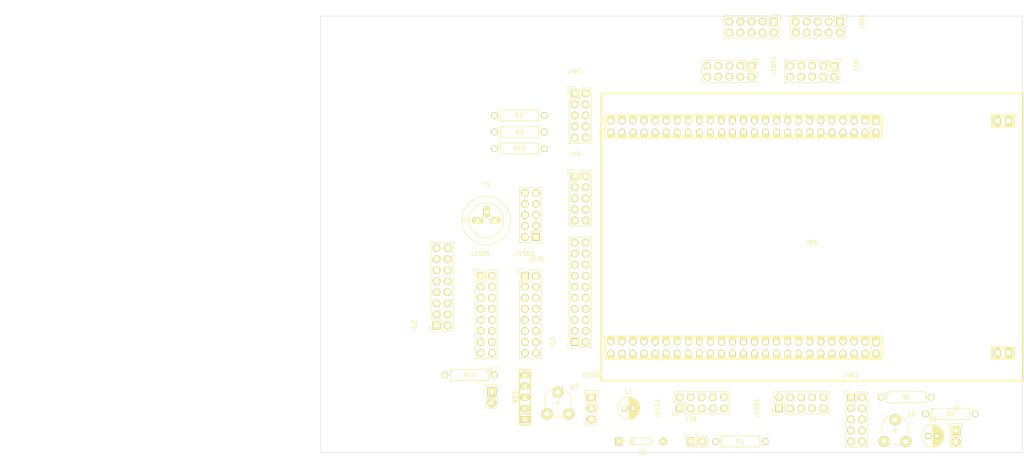
<source format=kicad_pcb>
(kicad_pcb (version 4) (host pcbnew 4.0.2-stable)

  (general
    (links 205)
    (no_connects 205)
    (area 16.51 73.66 179.07 175.26)
    (thickness 1.6)
    (drawings 5)
    (tracks 0)
    (zones 0)
    (modules 33)
    (nets 111)
  )

  (page A4)
  (layers
    (0 F.Cu signal)
    (31 B.Cu signal)
    (33 F.Adhes user)
    (35 F.Paste user)
    (37 F.SilkS user)
    (39 F.Mask user)
    (40 Dwgs.User user)
    (41 Cmts.User user)
    (42 Eco1.User user)
    (43 Eco2.User user)
    (44 Edge.Cuts user)
    (45 Margin user)
    (47 F.CrtYd user)
    (49 F.Fab user)
  )

  (setup
    (last_trace_width 0.5)
    (trace_clearance 0.5)
    (zone_clearance 0.508)
    (zone_45_only no)
    (trace_min 0.5)
    (segment_width 0.2)
    (edge_width 0.1)
    (via_size 1.5)
    (via_drill 1)
    (via_min_size 1.5)
    (via_min_drill 1)
    (uvia_size 0.3)
    (uvia_drill 0.1)
    (uvias_allowed no)
    (uvia_min_size 0.2)
    (uvia_min_drill 0.1)
    (pcb_text_width 0.3)
    (pcb_text_size 1.5 1.5)
    (mod_edge_width 0.15)
    (mod_text_size 1 1)
    (mod_text_width 0.15)
    (pad_size 1.5 1.5)
    (pad_drill 0.6)
    (pad_to_mask_clearance 0)
    (aux_axis_origin 0 0)
    (visible_elements 7FFFFFFF)
    (pcbplotparams
      (layerselection 0x00030_80000001)
      (usegerberextensions false)
      (excludeedgelayer true)
      (linewidth 0.100000)
      (plotframeref false)
      (viasonmask false)
      (mode 1)
      (useauxorigin false)
      (hpglpennumber 1)
      (hpglpenspeed 20)
      (hpglpendiameter 15)
      (hpglpenoverlay 2)
      (psnegative false)
      (psa4output false)
      (plotreference true)
      (plotvalue true)
      (plotinvisibletext false)
      (padsonsilk false)
      (subtractmaskfromsilk false)
      (outputformat 1)
      (mirror false)
      (drillshape 1)
      (scaleselection 1)
      (outputdirectory ""))
  )

  (net 0 "")
  (net 1 "Net-(C1-Pad1)")
  (net 2 GND)
  (net 3 +5V)
  (net 4 /PD0)
  (net 5 /PD1)
  (net 6 /PB8)
  (net 7 /PA15)
  (net 8 /PB3)
  (net 9 /PB5)
  (net 10 /PD10)
  (net 11 /PB12)
  (net 12 /PB13)
  (net 13 /PB15)
  (net 14 "Net-(IC1-Pad11)")
  (net 15 "Net-(IC1-Pad12)")
  (net 16 "Net-(IC1-Pad13)")
  (net 17 "Net-(IC1-Pad14)")
  (net 18 "Net-(IC1-Pad15)")
  (net 19 "Net-(IC1-Pad16)")
  (net 20 "Net-(IC1-Pad17)")
  (net 21 "Net-(IC1-Pad18)")
  (net 22 "Net-(IC2-Pad1)")
  (net 23 "Net-(IC2-Pad2)")
  (net 24 "Net-(IC2-Pad3)")
  (net 25 "Net-(IC2-Pad4)")
  (net 26 "Net-(IC2-Pad5)")
  (net 27 "Net-(IC2-Pad6)")
  (net 28 /PD7)
  (net 29 "Net-(IC2-Pad9)")
  (net 30 /PD6)
  (net 31 /PD3)
  (net 32 /PC11)
  (net 33 /PA8)
  (net 34 "Net-(IC2-Pad15)")
  (net 35 /PB10)
  (net 36 /PB11)
  (net 37 /PB6)
  (net 38 /PB9)
  (net 39 +3V3)
  (net 40 "Net-(J5A1-Pad3)")
  (net 41 /PC1)
  (net 42 /PC2)
  (net 43 /PA1)
  (net 44 /PA4)
  (net 45 "Net-(J5B1-Pad3)")
  (net 46 /PC4)
  (net 47 /PC5)
  (net 48 /PB0)
  (net 49 /PB1)
  (net 50 /PB14)
  (net 51 /PE8)
  (net 52 /PE9)
  (net 53 /PE10)
  (net 54 /PE11)
  (net 55 /PE12)
  (net 56 /PE13)
  (net 57 /PE14)
  (net 58 /PE15)
  (net 59 /PC13)
  (net 60 /PC14)
  (net 61 /PC15)
  (net 62 /PE2)
  (net 63 /PE4)
  (net 64 /PE5)
  (net 65 /PE6)
  (net 66 /PE7)
  (net 67 /PD9)
  (net 68 /PA3)
  (net 69 /PD2)
  (net 70 /PB7)
  (net 71 /PD8)
  (net 72 /PA2)
  (net 73 /PC12)
  (net 74 /PC6)
  (net 75 "Net-(J15A1-Pad2)")
  (net 76 /PC8)
  (net 77 "Net-(J15A1-Pad13)")
  (net 78 /PC9)
  (net 79 /PA6)
  (net 80 /PA7)
  (net 81 /PA5)
  (net 82 /PD11)
  (net 83 /PB2)
  (net 84 /PA9)
  (net 85 /PB4)
  (net 86 "Net-(R13-Pad1)")
  (net 87 "Net-(R13-Pad2)")
  (net 88 "Net-(IC4-Pad59)")
  (net 89 "Net-(IC4-Pad61)")
  (net 90 "Net-(IC4-Pad63)")
  (net 91 "Net-(IC4-Pad71)")
  (net 92 "Net-(IC4-Pad79)")
  (net 93 "Net-(IC4-Pad83)")
  (net 94 "Net-(IC4-Pad93)")
  (net 95 "Net-(IC4-Pad96)")
  (net 96 "Net-(IC4-Pad94)")
  (net 97 "Net-(IC4-Pad86)")
  (net 98 "Net-(IC4-Pad84)")
  (net 99 "Net-(IC4-Pad70)")
  (net 100 "Net-(IC4-Pad60)")
  (net 101 "Net-(IC4-Pad54)")
  (net 102 "Net-(IC4-Pad48)")
  (net 103 "Net-(IC4-Pad46)")
  (net 104 "Net-(IC4-Pad44)")
  (net 105 "Net-(IC4-Pad12)")
  (net 106 "Net-(IC4-Pad8)")
  (net 107 "Net-(IC4-Pad6)")
  (net 108 "Net-(IC4-Pad9)")
  (net 109 "Net-(IC4-Pad45)")
  (net 110 "Net-(IC4-Pad47)")

  (net_class Default "Ceci est la Netclass par défaut"
    (clearance 0.5)
    (trace_width 0.5)
    (via_dia 1.5)
    (via_drill 1)
    (uvia_dia 0.3)
    (uvia_drill 0.1)
    (add_net +3V3)
    (add_net +5V)
    (add_net /PA1)
    (add_net /PA15)
    (add_net /PA2)
    (add_net /PA3)
    (add_net /PA4)
    (add_net /PA5)
    (add_net /PA6)
    (add_net /PA7)
    (add_net /PA8)
    (add_net /PA9)
    (add_net /PB0)
    (add_net /PB1)
    (add_net /PB10)
    (add_net /PB11)
    (add_net /PB12)
    (add_net /PB13)
    (add_net /PB14)
    (add_net /PB15)
    (add_net /PB2)
    (add_net /PB3)
    (add_net /PB4)
    (add_net /PB5)
    (add_net /PB6)
    (add_net /PB7)
    (add_net /PB8)
    (add_net /PB9)
    (add_net /PC1)
    (add_net /PC11)
    (add_net /PC12)
    (add_net /PC13)
    (add_net /PC14)
    (add_net /PC15)
    (add_net /PC2)
    (add_net /PC4)
    (add_net /PC5)
    (add_net /PC6)
    (add_net /PC8)
    (add_net /PC9)
    (add_net /PD0)
    (add_net /PD1)
    (add_net /PD10)
    (add_net /PD11)
    (add_net /PD2)
    (add_net /PD3)
    (add_net /PD6)
    (add_net /PD7)
    (add_net /PD8)
    (add_net /PD9)
    (add_net /PE10)
    (add_net /PE11)
    (add_net /PE12)
    (add_net /PE13)
    (add_net /PE14)
    (add_net /PE15)
    (add_net /PE2)
    (add_net /PE4)
    (add_net /PE5)
    (add_net /PE6)
    (add_net /PE7)
    (add_net /PE8)
    (add_net /PE9)
    (add_net GND)
    (add_net "Net-(C1-Pad1)")
    (add_net "Net-(IC1-Pad11)")
    (add_net "Net-(IC1-Pad12)")
    (add_net "Net-(IC1-Pad13)")
    (add_net "Net-(IC1-Pad14)")
    (add_net "Net-(IC1-Pad15)")
    (add_net "Net-(IC1-Pad16)")
    (add_net "Net-(IC1-Pad17)")
    (add_net "Net-(IC1-Pad18)")
    (add_net "Net-(IC2-Pad1)")
    (add_net "Net-(IC2-Pad15)")
    (add_net "Net-(IC2-Pad2)")
    (add_net "Net-(IC2-Pad3)")
    (add_net "Net-(IC2-Pad4)")
    (add_net "Net-(IC2-Pad5)")
    (add_net "Net-(IC2-Pad6)")
    (add_net "Net-(IC2-Pad9)")
    (add_net "Net-(IC4-Pad12)")
    (add_net "Net-(IC4-Pad44)")
    (add_net "Net-(IC4-Pad45)")
    (add_net "Net-(IC4-Pad46)")
    (add_net "Net-(IC4-Pad47)")
    (add_net "Net-(IC4-Pad48)")
    (add_net "Net-(IC4-Pad54)")
    (add_net "Net-(IC4-Pad59)")
    (add_net "Net-(IC4-Pad6)")
    (add_net "Net-(IC4-Pad60)")
    (add_net "Net-(IC4-Pad61)")
    (add_net "Net-(IC4-Pad63)")
    (add_net "Net-(IC4-Pad70)")
    (add_net "Net-(IC4-Pad71)")
    (add_net "Net-(IC4-Pad79)")
    (add_net "Net-(IC4-Pad8)")
    (add_net "Net-(IC4-Pad83)")
    (add_net "Net-(IC4-Pad84)")
    (add_net "Net-(IC4-Pad86)")
    (add_net "Net-(IC4-Pad9)")
    (add_net "Net-(IC4-Pad93)")
    (add_net "Net-(IC4-Pad94)")
    (add_net "Net-(IC4-Pad96)")
    (add_net "Net-(J15A1-Pad13)")
    (add_net "Net-(J15A1-Pad2)")
    (add_net "Net-(J5A1-Pad3)")
    (add_net "Net-(J5B1-Pad3)")
    (add_net "Net-(R13-Pad1)")
    (add_net "Net-(R13-Pad2)")
  )

  (module Capacitors_ThroughHole:C_Radial_D5_L11_P2 placed (layer F.Cu) (tedit 0) (tstamp 5775962E)
    (at 87.63 165.1)
    (descr "Radial Electrolytic Capacitor 5mm x Length 11mm, Pitch 2mm")
    (tags "Electrolytic Capacitor")
    (path /57742986)
    (fp_text reference C1 (at 1 -3.8) (layer F.SilkS)
      (effects (font (size 1 1) (thickness 0.15)))
    )
    (fp_text value C (at 1 3.8) (layer F.Fab)
      (effects (font (size 1 1) (thickness 0.15)))
    )
    (fp_line (start 1.075 -2.499) (end 1.075 2.499) (layer F.SilkS) (width 0.15))
    (fp_line (start 1.215 -2.491) (end 1.215 -0.154) (layer F.SilkS) (width 0.15))
    (fp_line (start 1.215 0.154) (end 1.215 2.491) (layer F.SilkS) (width 0.15))
    (fp_line (start 1.355 -2.475) (end 1.355 -0.473) (layer F.SilkS) (width 0.15))
    (fp_line (start 1.355 0.473) (end 1.355 2.475) (layer F.SilkS) (width 0.15))
    (fp_line (start 1.495 -2.451) (end 1.495 -0.62) (layer F.SilkS) (width 0.15))
    (fp_line (start 1.495 0.62) (end 1.495 2.451) (layer F.SilkS) (width 0.15))
    (fp_line (start 1.635 -2.418) (end 1.635 -0.712) (layer F.SilkS) (width 0.15))
    (fp_line (start 1.635 0.712) (end 1.635 2.418) (layer F.SilkS) (width 0.15))
    (fp_line (start 1.775 -2.377) (end 1.775 -0.768) (layer F.SilkS) (width 0.15))
    (fp_line (start 1.775 0.768) (end 1.775 2.377) (layer F.SilkS) (width 0.15))
    (fp_line (start 1.915 -2.327) (end 1.915 -0.795) (layer F.SilkS) (width 0.15))
    (fp_line (start 1.915 0.795) (end 1.915 2.327) (layer F.SilkS) (width 0.15))
    (fp_line (start 2.055 -2.266) (end 2.055 -0.798) (layer F.SilkS) (width 0.15))
    (fp_line (start 2.055 0.798) (end 2.055 2.266) (layer F.SilkS) (width 0.15))
    (fp_line (start 2.195 -2.196) (end 2.195 -0.776) (layer F.SilkS) (width 0.15))
    (fp_line (start 2.195 0.776) (end 2.195 2.196) (layer F.SilkS) (width 0.15))
    (fp_line (start 2.335 -2.114) (end 2.335 -0.726) (layer F.SilkS) (width 0.15))
    (fp_line (start 2.335 0.726) (end 2.335 2.114) (layer F.SilkS) (width 0.15))
    (fp_line (start 2.475 -2.019) (end 2.475 -0.644) (layer F.SilkS) (width 0.15))
    (fp_line (start 2.475 0.644) (end 2.475 2.019) (layer F.SilkS) (width 0.15))
    (fp_line (start 2.615 -1.908) (end 2.615 -0.512) (layer F.SilkS) (width 0.15))
    (fp_line (start 2.615 0.512) (end 2.615 1.908) (layer F.SilkS) (width 0.15))
    (fp_line (start 2.755 -1.78) (end 2.755 -0.265) (layer F.SilkS) (width 0.15))
    (fp_line (start 2.755 0.265) (end 2.755 1.78) (layer F.SilkS) (width 0.15))
    (fp_line (start 2.895 -1.631) (end 2.895 1.631) (layer F.SilkS) (width 0.15))
    (fp_line (start 3.035 -1.452) (end 3.035 1.452) (layer F.SilkS) (width 0.15))
    (fp_line (start 3.175 -1.233) (end 3.175 1.233) (layer F.SilkS) (width 0.15))
    (fp_line (start 3.315 -0.944) (end 3.315 0.944) (layer F.SilkS) (width 0.15))
    (fp_line (start 3.455 -0.472) (end 3.455 0.472) (layer F.SilkS) (width 0.15))
    (fp_circle (center 2 0) (end 2 -0.8) (layer F.SilkS) (width 0.15))
    (fp_circle (center 1 0) (end 1 -2.5375) (layer F.SilkS) (width 0.15))
    (fp_circle (center 1 0) (end 1 -2.8) (layer F.CrtYd) (width 0.05))
    (pad 1 thru_hole rect (at 0 0) (size 1.3 1.3) (drill 0.8) (layers *.Cu *.Mask F.SilkS)
      (net 1 "Net-(C1-Pad1)"))
    (pad 2 thru_hole circle (at 2 0) (size 1.3 1.3) (drill 0.8) (layers *.Cu *.Mask F.SilkS)
      (net 2 GND))
    (model Capacitors_ThroughHole.3dshapes/C_Radial_D5_L11_P2.wrl
      (at (xyz 0 0 0))
      (scale (xyz 1 1 1))
      (rotate (xyz 0 0 0))
    )
  )

  (module Capacitors_ThroughHole:C_Radial_D5_L11_P2 placed (layer F.Cu) (tedit 0) (tstamp 57759634)
    (at 157.48 171.45)
    (descr "Radial Electrolytic Capacitor 5mm x Length 11mm, Pitch 2mm")
    (tags "Electrolytic Capacitor")
    (path /577554A2)
    (fp_text reference C2 (at 1 -3.8) (layer F.SilkS)
      (effects (font (size 1 1) (thickness 0.15)))
    )
    (fp_text value C (at 1 3.8) (layer F.Fab)
      (effects (font (size 1 1) (thickness 0.15)))
    )
    (fp_line (start 1.075 -2.499) (end 1.075 2.499) (layer F.SilkS) (width 0.15))
    (fp_line (start 1.215 -2.491) (end 1.215 -0.154) (layer F.SilkS) (width 0.15))
    (fp_line (start 1.215 0.154) (end 1.215 2.491) (layer F.SilkS) (width 0.15))
    (fp_line (start 1.355 -2.475) (end 1.355 -0.473) (layer F.SilkS) (width 0.15))
    (fp_line (start 1.355 0.473) (end 1.355 2.475) (layer F.SilkS) (width 0.15))
    (fp_line (start 1.495 -2.451) (end 1.495 -0.62) (layer F.SilkS) (width 0.15))
    (fp_line (start 1.495 0.62) (end 1.495 2.451) (layer F.SilkS) (width 0.15))
    (fp_line (start 1.635 -2.418) (end 1.635 -0.712) (layer F.SilkS) (width 0.15))
    (fp_line (start 1.635 0.712) (end 1.635 2.418) (layer F.SilkS) (width 0.15))
    (fp_line (start 1.775 -2.377) (end 1.775 -0.768) (layer F.SilkS) (width 0.15))
    (fp_line (start 1.775 0.768) (end 1.775 2.377) (layer F.SilkS) (width 0.15))
    (fp_line (start 1.915 -2.327) (end 1.915 -0.795) (layer F.SilkS) (width 0.15))
    (fp_line (start 1.915 0.795) (end 1.915 2.327) (layer F.SilkS) (width 0.15))
    (fp_line (start 2.055 -2.266) (end 2.055 -0.798) (layer F.SilkS) (width 0.15))
    (fp_line (start 2.055 0.798) (end 2.055 2.266) (layer F.SilkS) (width 0.15))
    (fp_line (start 2.195 -2.196) (end 2.195 -0.776) (layer F.SilkS) (width 0.15))
    (fp_line (start 2.195 0.776) (end 2.195 2.196) (layer F.SilkS) (width 0.15))
    (fp_line (start 2.335 -2.114) (end 2.335 -0.726) (layer F.SilkS) (width 0.15))
    (fp_line (start 2.335 0.726) (end 2.335 2.114) (layer F.SilkS) (width 0.15))
    (fp_line (start 2.475 -2.019) (end 2.475 -0.644) (layer F.SilkS) (width 0.15))
    (fp_line (start 2.475 0.644) (end 2.475 2.019) (layer F.SilkS) (width 0.15))
    (fp_line (start 2.615 -1.908) (end 2.615 -0.512) (layer F.SilkS) (width 0.15))
    (fp_line (start 2.615 0.512) (end 2.615 1.908) (layer F.SilkS) (width 0.15))
    (fp_line (start 2.755 -1.78) (end 2.755 -0.265) (layer F.SilkS) (width 0.15))
    (fp_line (start 2.755 0.265) (end 2.755 1.78) (layer F.SilkS) (width 0.15))
    (fp_line (start 2.895 -1.631) (end 2.895 1.631) (layer F.SilkS) (width 0.15))
    (fp_line (start 3.035 -1.452) (end 3.035 1.452) (layer F.SilkS) (width 0.15))
    (fp_line (start 3.175 -1.233) (end 3.175 1.233) (layer F.SilkS) (width 0.15))
    (fp_line (start 3.315 -0.944) (end 3.315 0.944) (layer F.SilkS) (width 0.15))
    (fp_line (start 3.455 -0.472) (end 3.455 0.472) (layer F.SilkS) (width 0.15))
    (fp_circle (center 2 0) (end 2 -0.8) (layer F.SilkS) (width 0.15))
    (fp_circle (center 1 0) (end 1 -2.5375) (layer F.SilkS) (width 0.15))
    (fp_circle (center 1 0) (end 1 -2.8) (layer F.CrtYd) (width 0.05))
    (pad 1 thru_hole rect (at 0 0) (size 1.3 1.3) (drill 0.8) (layers *.Cu *.Mask F.SilkS)
      (net 2 GND))
    (pad 2 thru_hole circle (at 2 0) (size 1.3 1.3) (drill 0.8) (layers *.Cu *.Mask F.SilkS)
      (net 3 +5V))
    (model Capacitors_ThroughHole.3dshapes/C_Radial_D5_L11_P2.wrl
      (at (xyz 0 0 0))
      (scale (xyz 1 1 1))
      (rotate (xyz 0 0 0))
    )
  )

  (module Diodes_ThroughHole:Diode_DO-35_SOD27_Horizontal_RM10 placed (layer F.Cu) (tedit 552FFC30) (tstamp 5775963A)
    (at 86.36 172.72)
    (descr "Diode, DO-35,  SOD27, Horizontal, RM 10mm")
    (tags "Diode, DO-35, SOD27, Horizontal, RM 10mm, 1N4148,")
    (path /5774F5F8)
    (fp_text reference D1 (at 5.43052 2.53746) (layer F.SilkS)
      (effects (font (size 1 1) (thickness 0.15)))
    )
    (fp_text value D (at 4.41452 -3.55854) (layer F.Fab)
      (effects (font (size 1 1) (thickness 0.15)))
    )
    (fp_line (start 7.36652 -0.00254) (end 8.76352 -0.00254) (layer F.SilkS) (width 0.15))
    (fp_line (start 2.92152 -0.00254) (end 1.39752 -0.00254) (layer F.SilkS) (width 0.15))
    (fp_line (start 3.30252 -0.76454) (end 3.30252 0.75946) (layer F.SilkS) (width 0.15))
    (fp_line (start 3.04852 -0.76454) (end 3.04852 0.75946) (layer F.SilkS) (width 0.15))
    (fp_line (start 2.79452 -0.00254) (end 2.79452 0.75946) (layer F.SilkS) (width 0.15))
    (fp_line (start 2.79452 0.75946) (end 7.36652 0.75946) (layer F.SilkS) (width 0.15))
    (fp_line (start 7.36652 0.75946) (end 7.36652 -0.76454) (layer F.SilkS) (width 0.15))
    (fp_line (start 7.36652 -0.76454) (end 2.79452 -0.76454) (layer F.SilkS) (width 0.15))
    (fp_line (start 2.79452 -0.76454) (end 2.79452 -0.00254) (layer F.SilkS) (width 0.15))
    (pad 2 thru_hole circle (at 10.16052 -0.00254 180) (size 1.69926 1.69926) (drill 0.70104) (layers *.Cu *.Mask F.SilkS)
      (net 4 /PD0))
    (pad 1 thru_hole rect (at 0.00052 -0.00254 180) (size 1.69926 1.69926) (drill 0.70104) (layers *.Cu *.Mask F.SilkS)
      (net 5 /PD1))
    (model Diodes_ThroughHole.3dshapes/Diode_DO-35_SOD27_Horizontal_RM10.wrl
      (at (xyz 0.2 0 0))
      (scale (xyz 0.4 0.4 0.4))
      (rotate (xyz 0 0 180))
    )
  )

  (module Socket_Strips:Socket_Strip_Straight_2x10 placed (layer F.Cu) (tedit 0) (tstamp 57759652)
    (at 76.2 149.86 90)
    (descr "Through hole socket strip")
    (tags "socket strip")
    (path /5773F62A)
    (fp_text reference IC1 (at 0 -5.1 90) (layer F.SilkS)
      (effects (font (size 1 1) (thickness 0.15)))
    )
    (fp_text value 74HCT541_PWR (at 0 -3.1 90) (layer F.Fab)
      (effects (font (size 1 1) (thickness 0.15)))
    )
    (fp_line (start -1.75 -1.75) (end -1.75 4.3) (layer F.CrtYd) (width 0.05))
    (fp_line (start 24.65 -1.75) (end 24.65 4.3) (layer F.CrtYd) (width 0.05))
    (fp_line (start -1.75 -1.75) (end 24.65 -1.75) (layer F.CrtYd) (width 0.05))
    (fp_line (start -1.75 4.3) (end 24.65 4.3) (layer F.CrtYd) (width 0.05))
    (fp_line (start 24.13 3.81) (end -1.27 3.81) (layer F.SilkS) (width 0.15))
    (fp_line (start 1.27 -1.27) (end 24.13 -1.27) (layer F.SilkS) (width 0.15))
    (fp_line (start 24.13 3.81) (end 24.13 -1.27) (layer F.SilkS) (width 0.15))
    (fp_line (start -1.27 3.81) (end -1.27 1.27) (layer F.SilkS) (width 0.15))
    (fp_line (start 0 -1.55) (end -1.55 -1.55) (layer F.SilkS) (width 0.15))
    (fp_line (start -1.27 1.27) (end 1.27 1.27) (layer F.SilkS) (width 0.15))
    (fp_line (start 1.27 1.27) (end 1.27 -1.27) (layer F.SilkS) (width 0.15))
    (fp_line (start -1.55 -1.55) (end -1.55 0) (layer F.SilkS) (width 0.15))
    (pad 1 thru_hole rect (at 0 0 90) (size 1.7272 1.7272) (drill 1.016) (layers *.Cu *.Mask F.SilkS)
      (net 2 GND))
    (pad 2 thru_hole oval (at 0 2.54 90) (size 1.7272 1.7272) (drill 1.016) (layers *.Cu *.Mask F.SilkS)
      (net 6 /PB8))
    (pad 3 thru_hole oval (at 2.54 0 90) (size 1.7272 1.7272) (drill 1.016) (layers *.Cu *.Mask F.SilkS)
      (net 7 /PA15))
    (pad 4 thru_hole oval (at 2.54 2.54 90) (size 1.7272 1.7272) (drill 1.016) (layers *.Cu *.Mask F.SilkS)
      (net 8 /PB3))
    (pad 5 thru_hole oval (at 5.08 0 90) (size 1.7272 1.7272) (drill 1.016) (layers *.Cu *.Mask F.SilkS)
      (net 9 /PB5))
    (pad 6 thru_hole oval (at 5.08 2.54 90) (size 1.7272 1.7272) (drill 1.016) (layers *.Cu *.Mask F.SilkS)
      (net 10 /PD10))
    (pad 7 thru_hole oval (at 7.62 0 90) (size 1.7272 1.7272) (drill 1.016) (layers *.Cu *.Mask F.SilkS)
      (net 11 /PB12))
    (pad 8 thru_hole oval (at 7.62 2.54 90) (size 1.7272 1.7272) (drill 1.016) (layers *.Cu *.Mask F.SilkS)
      (net 12 /PB13))
    (pad 9 thru_hole oval (at 10.16 0 90) (size 1.7272 1.7272) (drill 1.016) (layers *.Cu *.Mask F.SilkS)
      (net 13 /PB15))
    (pad 10 thru_hole oval (at 10.16 2.54 90) (size 1.7272 1.7272) (drill 1.016) (layers *.Cu *.Mask F.SilkS)
      (net 2 GND))
    (pad 11 thru_hole oval (at 12.7 0 90) (size 1.7272 1.7272) (drill 1.016) (layers *.Cu *.Mask F.SilkS)
      (net 14 "Net-(IC1-Pad11)"))
    (pad 12 thru_hole oval (at 12.7 2.54 90) (size 1.7272 1.7272) (drill 1.016) (layers *.Cu *.Mask F.SilkS)
      (net 15 "Net-(IC1-Pad12)"))
    (pad 13 thru_hole oval (at 15.24 0 90) (size 1.7272 1.7272) (drill 1.016) (layers *.Cu *.Mask F.SilkS)
      (net 16 "Net-(IC1-Pad13)"))
    (pad 14 thru_hole oval (at 15.24 2.54 90) (size 1.7272 1.7272) (drill 1.016) (layers *.Cu *.Mask F.SilkS)
      (net 17 "Net-(IC1-Pad14)"))
    (pad 15 thru_hole oval (at 17.78 0 90) (size 1.7272 1.7272) (drill 1.016) (layers *.Cu *.Mask F.SilkS)
      (net 18 "Net-(IC1-Pad15)"))
    (pad 16 thru_hole oval (at 17.78 2.54 90) (size 1.7272 1.7272) (drill 1.016) (layers *.Cu *.Mask F.SilkS)
      (net 19 "Net-(IC1-Pad16)"))
    (pad 17 thru_hole oval (at 20.32 0 90) (size 1.7272 1.7272) (drill 1.016) (layers *.Cu *.Mask F.SilkS)
      (net 20 "Net-(IC1-Pad17)"))
    (pad 18 thru_hole oval (at 20.32 2.54 90) (size 1.7272 1.7272) (drill 1.016) (layers *.Cu *.Mask F.SilkS)
      (net 21 "Net-(IC1-Pad18)"))
    (pad 19 thru_hole oval (at 22.86 0 90) (size 1.7272 1.7272) (drill 1.016) (layers *.Cu *.Mask F.SilkS)
      (net 2 GND))
    (pad 20 thru_hole oval (at 22.86 2.54 90) (size 1.7272 1.7272) (drill 1.016) (layers *.Cu *.Mask F.SilkS)
      (net 3 +5V))
    (model Socket_Strips.3dshapes/Socket_Strip_Straight_2x10.wrl
      (at (xyz 0.45 -0.05 0))
      (scale (xyz 1 1 1))
      (rotate (xyz 0 0 180))
    )
  )

  (module Socket_Strips:Socket_Strip_Straight_2x08 placed (layer F.Cu) (tedit 0) (tstamp 57759666)
    (at 44.45 146.05 90)
    (descr "Through hole socket strip")
    (tags "socket strip")
    (path /57741F17)
    (fp_text reference IC2 (at 0 -5.1 90) (layer F.SilkS)
      (effects (font (size 1 1) (thickness 0.15)))
    )
    (fp_text value 74HC595 (at 0 -3.1 90) (layer F.Fab)
      (effects (font (size 1 1) (thickness 0.15)))
    )
    (fp_line (start -1.75 -1.75) (end -1.75 4.3) (layer F.CrtYd) (width 0.05))
    (fp_line (start 19.55 -1.75) (end 19.55 4.3) (layer F.CrtYd) (width 0.05))
    (fp_line (start -1.75 -1.75) (end 19.55 -1.75) (layer F.CrtYd) (width 0.05))
    (fp_line (start -1.75 4.3) (end 19.55 4.3) (layer F.CrtYd) (width 0.05))
    (fp_line (start 19.05 3.81) (end -1.27 3.81) (layer F.SilkS) (width 0.15))
    (fp_line (start 1.27 -1.27) (end 19.05 -1.27) (layer F.SilkS) (width 0.15))
    (fp_line (start 19.05 3.81) (end 19.05 -1.27) (layer F.SilkS) (width 0.15))
    (fp_line (start -1.27 3.81) (end -1.27 1.27) (layer F.SilkS) (width 0.15))
    (fp_line (start 0 -1.55) (end -1.55 -1.55) (layer F.SilkS) (width 0.15))
    (fp_line (start -1.27 1.27) (end 1.27 1.27) (layer F.SilkS) (width 0.15))
    (fp_line (start 1.27 1.27) (end 1.27 -1.27) (layer F.SilkS) (width 0.15))
    (fp_line (start -1.55 -1.55) (end -1.55 0) (layer F.SilkS) (width 0.15))
    (pad 1 thru_hole rect (at 0 0 90) (size 1.7272 1.7272) (drill 1.016) (layers *.Cu *.Mask F.SilkS)
      (net 22 "Net-(IC2-Pad1)"))
    (pad 2 thru_hole oval (at 0 2.54 90) (size 1.7272 1.7272) (drill 1.016) (layers *.Cu *.Mask F.SilkS)
      (net 23 "Net-(IC2-Pad2)"))
    (pad 3 thru_hole oval (at 2.54 0 90) (size 1.7272 1.7272) (drill 1.016) (layers *.Cu *.Mask F.SilkS)
      (net 24 "Net-(IC2-Pad3)"))
    (pad 4 thru_hole oval (at 2.54 2.54 90) (size 1.7272 1.7272) (drill 1.016) (layers *.Cu *.Mask F.SilkS)
      (net 25 "Net-(IC2-Pad4)"))
    (pad 5 thru_hole oval (at 5.08 0 90) (size 1.7272 1.7272) (drill 1.016) (layers *.Cu *.Mask F.SilkS)
      (net 26 "Net-(IC2-Pad5)"))
    (pad 6 thru_hole oval (at 5.08 2.54 90) (size 1.7272 1.7272) (drill 1.016) (layers *.Cu *.Mask F.SilkS)
      (net 27 "Net-(IC2-Pad6)"))
    (pad 7 thru_hole oval (at 7.62 0 90) (size 1.7272 1.7272) (drill 1.016) (layers *.Cu *.Mask F.SilkS)
      (net 28 /PD7))
    (pad 8 thru_hole oval (at 7.62 2.54 90) (size 1.7272 1.7272) (drill 1.016) (layers *.Cu *.Mask F.SilkS)
      (net 2 GND))
    (pad 9 thru_hole oval (at 10.16 0 90) (size 1.7272 1.7272) (drill 1.016) (layers *.Cu *.Mask F.SilkS)
      (net 29 "Net-(IC2-Pad9)"))
    (pad 10 thru_hole oval (at 10.16 2.54 90) (size 1.7272 1.7272) (drill 1.016) (layers *.Cu *.Mask F.SilkS)
      (net 1 "Net-(C1-Pad1)"))
    (pad 11 thru_hole oval (at 12.7 0 90) (size 1.7272 1.7272) (drill 1.016) (layers *.Cu *.Mask F.SilkS)
      (net 30 /PD6))
    (pad 12 thru_hole oval (at 12.7 2.54 90) (size 1.7272 1.7272) (drill 1.016) (layers *.Cu *.Mask F.SilkS)
      (net 31 /PD3))
    (pad 13 thru_hole oval (at 15.24 0 90) (size 1.7272 1.7272) (drill 1.016) (layers *.Cu *.Mask F.SilkS)
      (net 32 /PC11))
    (pad 14 thru_hole oval (at 15.24 2.54 90) (size 1.7272 1.7272) (drill 1.016) (layers *.Cu *.Mask F.SilkS)
      (net 33 /PA8))
    (pad 15 thru_hole oval (at 17.78 0 90) (size 1.7272 1.7272) (drill 1.016) (layers *.Cu *.Mask F.SilkS)
      (net 34 "Net-(IC2-Pad15)"))
    (pad 16 thru_hole oval (at 17.78 2.54 90) (size 1.7272 1.7272) (drill 1.016) (layers *.Cu *.Mask F.SilkS)
      (net 1 "Net-(C1-Pad1)"))
    (model Socket_Strips.3dshapes/Socket_Strip_Straight_2x08.wrl
      (at (xyz 0.35 -0.05 0))
      (scale (xyz 1 1 1))
      (rotate (xyz 0 0 180))
    )
  )

  (module Pin_Headers:Pin_Header_Straight_1x02 placed (layer F.Cu) (tedit 54EA090C) (tstamp 5775966C)
    (at 163.83 170.18)
    (descr "Through hole pin header")
    (tags "pin header")
    (path /5773F782)
    (fp_text reference J2 (at 0 -5.1) (layer F.SilkS)
      (effects (font (size 1 1) (thickness 0.15)))
    )
    (fp_text value CONN_2 (at 0 -3.1) (layer F.Fab)
      (effects (font (size 1 1) (thickness 0.15)))
    )
    (fp_line (start 1.27 1.27) (end 1.27 3.81) (layer F.SilkS) (width 0.15))
    (fp_line (start 1.55 -1.55) (end 1.55 0) (layer F.SilkS) (width 0.15))
    (fp_line (start -1.75 -1.75) (end -1.75 4.3) (layer F.CrtYd) (width 0.05))
    (fp_line (start 1.75 -1.75) (end 1.75 4.3) (layer F.CrtYd) (width 0.05))
    (fp_line (start -1.75 -1.75) (end 1.75 -1.75) (layer F.CrtYd) (width 0.05))
    (fp_line (start -1.75 4.3) (end 1.75 4.3) (layer F.CrtYd) (width 0.05))
    (fp_line (start 1.27 1.27) (end -1.27 1.27) (layer F.SilkS) (width 0.15))
    (fp_line (start -1.55 0) (end -1.55 -1.55) (layer F.SilkS) (width 0.15))
    (fp_line (start -1.55 -1.55) (end 1.55 -1.55) (layer F.SilkS) (width 0.15))
    (fp_line (start -1.27 1.27) (end -1.27 3.81) (layer F.SilkS) (width 0.15))
    (fp_line (start -1.27 3.81) (end 1.27 3.81) (layer F.SilkS) (width 0.15))
    (pad 1 thru_hole rect (at 0 0) (size 2.032 2.032) (drill 1.016) (layers *.Cu *.Mask F.SilkS)
      (net 3 +5V))
    (pad 2 thru_hole oval (at 0 2.54) (size 2.032 2.032) (drill 1.016) (layers *.Cu *.Mask F.SilkS)
      (net 2 GND))
    (model Pin_Headers.3dshapes/Pin_Header_Straight_1x02.wrl
      (at (xyz 0 -0.05 0))
      (scale (xyz 1 1 1))
      (rotate (xyz 0 0 90))
    )
  )

  (module Pin_Headers:Pin_Header_Straight_2x05 placed (layer F.Cu) (tedit 0) (tstamp 5775967A)
    (at 76.2 92.71)
    (descr "Through hole pin header")
    (tags "pin header")
    (path /5774AECB)
    (fp_text reference J4A1 (at 0 -5.1) (layer F.SilkS)
      (effects (font (size 1 1) (thickness 0.15)))
    )
    (fp_text value CONN_02X05 (at 0 -3.1) (layer F.Fab)
      (effects (font (size 1 1) (thickness 0.15)))
    )
    (fp_line (start -1.75 -1.75) (end -1.75 11.95) (layer F.CrtYd) (width 0.05))
    (fp_line (start 4.3 -1.75) (end 4.3 11.95) (layer F.CrtYd) (width 0.05))
    (fp_line (start -1.75 -1.75) (end 4.3 -1.75) (layer F.CrtYd) (width 0.05))
    (fp_line (start -1.75 11.95) (end 4.3 11.95) (layer F.CrtYd) (width 0.05))
    (fp_line (start 3.81 -1.27) (end 3.81 11.43) (layer F.SilkS) (width 0.15))
    (fp_line (start 3.81 11.43) (end -1.27 11.43) (layer F.SilkS) (width 0.15))
    (fp_line (start -1.27 11.43) (end -1.27 1.27) (layer F.SilkS) (width 0.15))
    (fp_line (start 3.81 -1.27) (end 1.27 -1.27) (layer F.SilkS) (width 0.15))
    (fp_line (start 0 -1.55) (end -1.55 -1.55) (layer F.SilkS) (width 0.15))
    (fp_line (start 1.27 -1.27) (end 1.27 1.27) (layer F.SilkS) (width 0.15))
    (fp_line (start 1.27 1.27) (end -1.27 1.27) (layer F.SilkS) (width 0.15))
    (fp_line (start -1.55 -1.55) (end -1.55 0) (layer F.SilkS) (width 0.15))
    (pad 1 thru_hole rect (at 0 0) (size 1.7272 1.7272) (drill 1.016) (layers *.Cu *.Mask F.SilkS)
      (net 2 GND))
    (pad 2 thru_hole oval (at 2.54 0) (size 1.7272 1.7272) (drill 1.016) (layers *.Cu *.Mask F.SilkS)
      (net 2 GND))
    (pad 3 thru_hole oval (at 0 2.54) (size 1.7272 1.7272) (drill 1.016) (layers *.Cu *.Mask F.SilkS)
      (net 2 GND))
    (pad 4 thru_hole oval (at 2.54 2.54) (size 1.7272 1.7272) (drill 1.016) (layers *.Cu *.Mask F.SilkS)
      (net 2 GND))
    (pad 5 thru_hole oval (at 0 5.08) (size 1.7272 1.7272) (drill 1.016) (layers *.Cu *.Mask F.SilkS)
      (net 2 GND))
    (pad 6 thru_hole oval (at 2.54 5.08) (size 1.7272 1.7272) (drill 1.016) (layers *.Cu *.Mask F.SilkS)
      (net 35 /PB10))
    (pad 7 thru_hole oval (at 0 7.62) (size 1.7272 1.7272) (drill 1.016) (layers *.Cu *.Mask F.SilkS)
      (net 2 GND))
    (pad 8 thru_hole oval (at 2.54 7.62) (size 1.7272 1.7272) (drill 1.016) (layers *.Cu *.Mask F.SilkS)
      (net 36 /PB11))
    (pad 9 thru_hole oval (at 0 10.16) (size 1.7272 1.7272) (drill 1.016) (layers *.Cu *.Mask F.SilkS)
      (net 2 GND))
    (pad 10 thru_hole oval (at 2.54 10.16) (size 1.7272 1.7272) (drill 1.016) (layers *.Cu *.Mask F.SilkS)
      (net 3 +5V))
    (model Pin_Headers.3dshapes/Pin_Header_Straight_2x05.wrl
      (at (xyz 0.05 -0.2 0))
      (scale (xyz 1 1 1))
      (rotate (xyz 0 0 90))
    )
  )

  (module Pin_Headers:Pin_Header_Straight_2x05 placed (layer F.Cu) (tedit 0) (tstamp 57759688)
    (at 139.7 162.56)
    (descr "Through hole pin header")
    (tags "pin header")
    (path /5774D522)
    (fp_text reference J4B1 (at 0 -5.1) (layer F.SilkS)
      (effects (font (size 1 1) (thickness 0.15)))
    )
    (fp_text value CONN_02X05 (at 0 -3.1) (layer F.Fab)
      (effects (font (size 1 1) (thickness 0.15)))
    )
    (fp_line (start -1.75 -1.75) (end -1.75 11.95) (layer F.CrtYd) (width 0.05))
    (fp_line (start 4.3 -1.75) (end 4.3 11.95) (layer F.CrtYd) (width 0.05))
    (fp_line (start -1.75 -1.75) (end 4.3 -1.75) (layer F.CrtYd) (width 0.05))
    (fp_line (start -1.75 11.95) (end 4.3 11.95) (layer F.CrtYd) (width 0.05))
    (fp_line (start 3.81 -1.27) (end 3.81 11.43) (layer F.SilkS) (width 0.15))
    (fp_line (start 3.81 11.43) (end -1.27 11.43) (layer F.SilkS) (width 0.15))
    (fp_line (start -1.27 11.43) (end -1.27 1.27) (layer F.SilkS) (width 0.15))
    (fp_line (start 3.81 -1.27) (end 1.27 -1.27) (layer F.SilkS) (width 0.15))
    (fp_line (start 0 -1.55) (end -1.55 -1.55) (layer F.SilkS) (width 0.15))
    (fp_line (start 1.27 -1.27) (end 1.27 1.27) (layer F.SilkS) (width 0.15))
    (fp_line (start 1.27 1.27) (end -1.27 1.27) (layer F.SilkS) (width 0.15))
    (fp_line (start -1.55 -1.55) (end -1.55 0) (layer F.SilkS) (width 0.15))
    (pad 1 thru_hole rect (at 0 0) (size 1.7272 1.7272) (drill 1.016) (layers *.Cu *.Mask F.SilkS)
      (net 2 GND))
    (pad 2 thru_hole oval (at 2.54 0) (size 1.7272 1.7272) (drill 1.016) (layers *.Cu *.Mask F.SilkS)
      (net 2 GND))
    (pad 3 thru_hole oval (at 0 2.54) (size 1.7272 1.7272) (drill 1.016) (layers *.Cu *.Mask F.SilkS)
      (net 2 GND))
    (pad 4 thru_hole oval (at 2.54 2.54) (size 1.7272 1.7272) (drill 1.016) (layers *.Cu *.Mask F.SilkS)
      (net 2 GND))
    (pad 5 thru_hole oval (at 0 5.08) (size 1.7272 1.7272) (drill 1.016) (layers *.Cu *.Mask F.SilkS)
      (net 2 GND))
    (pad 6 thru_hole oval (at 2.54 5.08) (size 1.7272 1.7272) (drill 1.016) (layers *.Cu *.Mask F.SilkS)
      (net 37 /PB6))
    (pad 7 thru_hole oval (at 0 7.62) (size 1.7272 1.7272) (drill 1.016) (layers *.Cu *.Mask F.SilkS)
      (net 2 GND))
    (pad 8 thru_hole oval (at 2.54 7.62) (size 1.7272 1.7272) (drill 1.016) (layers *.Cu *.Mask F.SilkS)
      (net 38 /PB9))
    (pad 9 thru_hole oval (at 0 10.16) (size 1.7272 1.7272) (drill 1.016) (layers *.Cu *.Mask F.SilkS)
      (net 2 GND))
    (pad 10 thru_hole oval (at 2.54 10.16) (size 1.7272 1.7272) (drill 1.016) (layers *.Cu *.Mask F.SilkS)
      (net 3 +5V))
    (model Pin_Headers.3dshapes/Pin_Header_Straight_2x05.wrl
      (at (xyz 0.05 -0.2 0))
      (scale (xyz 1 1 1))
      (rotate (xyz 0 0 90))
    )
  )

  (module Pin_Headers:Pin_Header_Straight_2x05 placed (layer F.Cu) (tedit 0) (tstamp 57759696)
    (at 137.16 76.2 270)
    (descr "Through hole pin header")
    (tags "pin header")
    (path /577496FA)
    (fp_text reference J5A1 (at 0 -5.1 270) (layer F.SilkS)
      (effects (font (size 1 1) (thickness 0.15)))
    )
    (fp_text value CONN_02X05 (at 0 -3.1 270) (layer F.Fab)
      (effects (font (size 1 1) (thickness 0.15)))
    )
    (fp_line (start -1.75 -1.75) (end -1.75 11.95) (layer F.CrtYd) (width 0.05))
    (fp_line (start 4.3 -1.75) (end 4.3 11.95) (layer F.CrtYd) (width 0.05))
    (fp_line (start -1.75 -1.75) (end 4.3 -1.75) (layer F.CrtYd) (width 0.05))
    (fp_line (start -1.75 11.95) (end 4.3 11.95) (layer F.CrtYd) (width 0.05))
    (fp_line (start 3.81 -1.27) (end 3.81 11.43) (layer F.SilkS) (width 0.15))
    (fp_line (start 3.81 11.43) (end -1.27 11.43) (layer F.SilkS) (width 0.15))
    (fp_line (start -1.27 11.43) (end -1.27 1.27) (layer F.SilkS) (width 0.15))
    (fp_line (start 3.81 -1.27) (end 1.27 -1.27) (layer F.SilkS) (width 0.15))
    (fp_line (start 0 -1.55) (end -1.55 -1.55) (layer F.SilkS) (width 0.15))
    (fp_line (start 1.27 -1.27) (end 1.27 1.27) (layer F.SilkS) (width 0.15))
    (fp_line (start 1.27 1.27) (end -1.27 1.27) (layer F.SilkS) (width 0.15))
    (fp_line (start -1.55 -1.55) (end -1.55 0) (layer F.SilkS) (width 0.15))
    (pad 1 thru_hole rect (at 0 0 270) (size 1.7272 1.7272) (drill 1.016) (layers *.Cu *.Mask F.SilkS)
      (net 2 GND))
    (pad 2 thru_hole oval (at 2.54 0 270) (size 1.7272 1.7272) (drill 1.016) (layers *.Cu *.Mask F.SilkS)
      (net 39 +3V3))
    (pad 3 thru_hole oval (at 0 2.54 270) (size 1.7272 1.7272) (drill 1.016) (layers *.Cu *.Mask F.SilkS)
      (net 40 "Net-(J5A1-Pad3)"))
    (pad 4 thru_hole oval (at 2.54 2.54 270) (size 1.7272 1.7272) (drill 1.016) (layers *.Cu *.Mask F.SilkS)
      (net 41 /PC1))
    (pad 5 thru_hole oval (at 0 5.08 270) (size 1.7272 1.7272) (drill 1.016) (layers *.Cu *.Mask F.SilkS)
      (net 40 "Net-(J5A1-Pad3)"))
    (pad 6 thru_hole oval (at 2.54 5.08 270) (size 1.7272 1.7272) (drill 1.016) (layers *.Cu *.Mask F.SilkS)
      (net 42 /PC2))
    (pad 7 thru_hole oval (at 0 7.62 270) (size 1.7272 1.7272) (drill 1.016) (layers *.Cu *.Mask F.SilkS)
      (net 40 "Net-(J5A1-Pad3)"))
    (pad 8 thru_hole oval (at 2.54 7.62 270) (size 1.7272 1.7272) (drill 1.016) (layers *.Cu *.Mask F.SilkS)
      (net 43 /PA1))
    (pad 9 thru_hole oval (at 0 10.16 270) (size 1.7272 1.7272) (drill 1.016) (layers *.Cu *.Mask F.SilkS)
      (net 40 "Net-(J5A1-Pad3)"))
    (pad 10 thru_hole oval (at 2.54 10.16 270) (size 1.7272 1.7272) (drill 1.016) (layers *.Cu *.Mask F.SilkS)
      (net 44 /PA4))
    (model Pin_Headers.3dshapes/Pin_Header_Straight_2x05.wrl
      (at (xyz 0.05 -0.2 0))
      (scale (xyz 1 1 1))
      (rotate (xyz 0 0 90))
    )
  )

  (module Pin_Headers:Pin_Header_Straight_2x05 placed (layer F.Cu) (tedit 0) (tstamp 577596A4)
    (at 121.92 76.2 270)
    (descr "Through hole pin header")
    (tags "pin header")
    (path /5774A16E)
    (fp_text reference J5B1 (at 0 -5.1 270) (layer F.SilkS)
      (effects (font (size 1 1) (thickness 0.15)))
    )
    (fp_text value CONN_02X05 (at 0 -3.1 270) (layer F.Fab)
      (effects (font (size 1 1) (thickness 0.15)))
    )
    (fp_line (start -1.75 -1.75) (end -1.75 11.95) (layer F.CrtYd) (width 0.05))
    (fp_line (start 4.3 -1.75) (end 4.3 11.95) (layer F.CrtYd) (width 0.05))
    (fp_line (start -1.75 -1.75) (end 4.3 -1.75) (layer F.CrtYd) (width 0.05))
    (fp_line (start -1.75 11.95) (end 4.3 11.95) (layer F.CrtYd) (width 0.05))
    (fp_line (start 3.81 -1.27) (end 3.81 11.43) (layer F.SilkS) (width 0.15))
    (fp_line (start 3.81 11.43) (end -1.27 11.43) (layer F.SilkS) (width 0.15))
    (fp_line (start -1.27 11.43) (end -1.27 1.27) (layer F.SilkS) (width 0.15))
    (fp_line (start 3.81 -1.27) (end 1.27 -1.27) (layer F.SilkS) (width 0.15))
    (fp_line (start 0 -1.55) (end -1.55 -1.55) (layer F.SilkS) (width 0.15))
    (fp_line (start 1.27 -1.27) (end 1.27 1.27) (layer F.SilkS) (width 0.15))
    (fp_line (start 1.27 1.27) (end -1.27 1.27) (layer F.SilkS) (width 0.15))
    (fp_line (start -1.55 -1.55) (end -1.55 0) (layer F.SilkS) (width 0.15))
    (pad 1 thru_hole rect (at 0 0 270) (size 1.7272 1.7272) (drill 1.016) (layers *.Cu *.Mask F.SilkS)
      (net 2 GND))
    (pad 2 thru_hole oval (at 2.54 0 270) (size 1.7272 1.7272) (drill 1.016) (layers *.Cu *.Mask F.SilkS)
      (net 39 +3V3))
    (pad 3 thru_hole oval (at 0 2.54 270) (size 1.7272 1.7272) (drill 1.016) (layers *.Cu *.Mask F.SilkS)
      (net 45 "Net-(J5B1-Pad3)"))
    (pad 4 thru_hole oval (at 2.54 2.54 270) (size 1.7272 1.7272) (drill 1.016) (layers *.Cu *.Mask F.SilkS)
      (net 46 /PC4))
    (pad 5 thru_hole oval (at 0 5.08 270) (size 1.7272 1.7272) (drill 1.016) (layers *.Cu *.Mask F.SilkS)
      (net 45 "Net-(J5B1-Pad3)"))
    (pad 6 thru_hole oval (at 2.54 5.08 270) (size 1.7272 1.7272) (drill 1.016) (layers *.Cu *.Mask F.SilkS)
      (net 47 /PC5))
    (pad 7 thru_hole oval (at 0 7.62 270) (size 1.7272 1.7272) (drill 1.016) (layers *.Cu *.Mask F.SilkS)
      (net 45 "Net-(J5B1-Pad3)"))
    (pad 8 thru_hole oval (at 2.54 7.62 270) (size 1.7272 1.7272) (drill 1.016) (layers *.Cu *.Mask F.SilkS)
      (net 48 /PB0))
    (pad 9 thru_hole oval (at 0 10.16 270) (size 1.7272 1.7272) (drill 1.016) (layers *.Cu *.Mask F.SilkS)
      (net 45 "Net-(J5B1-Pad3)"))
    (pad 10 thru_hole oval (at 2.54 10.16 270) (size 1.7272 1.7272) (drill 1.016) (layers *.Cu *.Mask F.SilkS)
      (net 49 /PB1))
    (model Pin_Headers.3dshapes/Pin_Header_Straight_2x05.wrl
      (at (xyz 0.05 -0.2 0))
      (scale (xyz 1 1 1))
      (rotate (xyz 0 0 90))
    )
  )

  (module Pin_Headers:Pin_Header_Straight_2x05 placed (layer F.Cu) (tedit 0) (tstamp 577596B2)
    (at 67.31 125.73 180)
    (descr "Through hole pin header")
    (tags "pin header")
    (path /5775125D)
    (fp_text reference J8J9 (at 0 -5.1 180) (layer F.SilkS)
      (effects (font (size 1 1) (thickness 0.15)))
    )
    (fp_text value CONN_02X05 (at 0 -3.1 180) (layer F.Fab)
      (effects (font (size 1 1) (thickness 0.15)))
    )
    (fp_line (start -1.75 -1.75) (end -1.75 11.95) (layer F.CrtYd) (width 0.05))
    (fp_line (start 4.3 -1.75) (end 4.3 11.95) (layer F.CrtYd) (width 0.05))
    (fp_line (start -1.75 -1.75) (end 4.3 -1.75) (layer F.CrtYd) (width 0.05))
    (fp_line (start -1.75 11.95) (end 4.3 11.95) (layer F.CrtYd) (width 0.05))
    (fp_line (start 3.81 -1.27) (end 3.81 11.43) (layer F.SilkS) (width 0.15))
    (fp_line (start 3.81 11.43) (end -1.27 11.43) (layer F.SilkS) (width 0.15))
    (fp_line (start -1.27 11.43) (end -1.27 1.27) (layer F.SilkS) (width 0.15))
    (fp_line (start 3.81 -1.27) (end 1.27 -1.27) (layer F.SilkS) (width 0.15))
    (fp_line (start 0 -1.55) (end -1.55 -1.55) (layer F.SilkS) (width 0.15))
    (fp_line (start 1.27 -1.27) (end 1.27 1.27) (layer F.SilkS) (width 0.15))
    (fp_line (start 1.27 1.27) (end -1.27 1.27) (layer F.SilkS) (width 0.15))
    (fp_line (start -1.55 -1.55) (end -1.55 0) (layer F.SilkS) (width 0.15))
    (pad 1 thru_hole rect (at 0 0 180) (size 1.7272 1.7272) (drill 1.016) (layers *.Cu *.Mask F.SilkS)
      (net 2 GND))
    (pad 2 thru_hole oval (at 2.54 0 180) (size 1.7272 1.7272) (drill 1.016) (layers *.Cu *.Mask F.SilkS)
      (net 2 GND))
    (pad 3 thru_hole oval (at 0 2.54 180) (size 1.7272 1.7272) (drill 1.016) (layers *.Cu *.Mask F.SilkS)
      (net 3 +5V))
    (pad 4 thru_hole oval (at 2.54 2.54 180) (size 1.7272 1.7272) (drill 1.016) (layers *.Cu *.Mask F.SilkS)
      (net 3 +5V))
    (pad 5 thru_hole oval (at 0 5.08 180) (size 1.7272 1.7272) (drill 1.016) (layers *.Cu *.Mask F.SilkS)
      (net 50 /PB14))
    (pad 6 thru_hole oval (at 2.54 5.08 180) (size 1.7272 1.7272) (drill 1.016) (layers *.Cu *.Mask F.SilkS)
      (net 14 "Net-(IC1-Pad11)"))
    (pad 7 thru_hole oval (at 0 7.62 180) (size 1.7272 1.7272) (drill 1.016) (layers *.Cu *.Mask F.SilkS)
      (net 15 "Net-(IC1-Pad12)"))
    (pad 8 thru_hole oval (at 2.54 7.62 180) (size 1.7272 1.7272) (drill 1.016) (layers *.Cu *.Mask F.SilkS)
      (net 15 "Net-(IC1-Pad12)"))
    (pad 9 thru_hole oval (at 0 10.16 180) (size 1.7272 1.7272) (drill 1.016) (layers *.Cu *.Mask F.SilkS)
      (net 17 "Net-(IC1-Pad14)"))
    (pad 10 thru_hole oval (at 2.54 10.16 180) (size 1.7272 1.7272) (drill 1.016) (layers *.Cu *.Mask F.SilkS)
      (net 16 "Net-(IC1-Pad13)"))
    (model Pin_Headers.3dshapes/Pin_Header_Straight_2x05.wrl
      (at (xyz 0.05 -0.2 0))
      (scale (xyz 1 1 1))
      (rotate (xyz 0 0 90))
    )
  )

  (module Pin_Headers:Pin_Header_Straight_2x05 placed (layer F.Cu) (tedit 57767E72) (tstamp 577596C0)
    (at 116.84 86.36 270)
    (descr "Through hole pin header")
    (tags "pin header")
    (path /577403D1)
    (fp_text reference J10A1 (at 0 -5.1 270) (layer F.SilkS)
      (effects (font (size 1 1) (thickness 0.15)))
    )
    (fp_text value CONN_02X05 (at 0 -2.54 270) (layer F.Fab)
      (effects (font (size 1 1) (thickness 0.15)))
    )
    (fp_line (start -1.75 -1.75) (end -1.75 11.95) (layer F.CrtYd) (width 0.05))
    (fp_line (start 4.3 -1.75) (end 4.3 11.95) (layer F.CrtYd) (width 0.05))
    (fp_line (start -1.75 -1.75) (end 4.3 -1.75) (layer F.CrtYd) (width 0.05))
    (fp_line (start -1.75 11.95) (end 4.3 11.95) (layer F.CrtYd) (width 0.05))
    (fp_line (start 3.81 -1.27) (end 3.81 11.43) (layer F.SilkS) (width 0.15))
    (fp_line (start 3.81 11.43) (end -1.27 11.43) (layer F.SilkS) (width 0.15))
    (fp_line (start -1.27 11.43) (end -1.27 1.27) (layer F.SilkS) (width 0.15))
    (fp_line (start 3.81 -1.27) (end 1.27 -1.27) (layer F.SilkS) (width 0.15))
    (fp_line (start 0 -1.55) (end -1.55 -1.55) (layer F.SilkS) (width 0.15))
    (fp_line (start 1.27 -1.27) (end 1.27 1.27) (layer F.SilkS) (width 0.15))
    (fp_line (start 1.27 1.27) (end -1.27 1.27) (layer F.SilkS) (width 0.15))
    (fp_line (start -1.55 -1.55) (end -1.55 0) (layer F.SilkS) (width 0.15))
    (pad 1 thru_hole rect (at 0 0 270) (size 1.7272 1.7272) (drill 1.016) (layers *.Cu *.Mask F.SilkS)
      (net 2 GND))
    (pad 2 thru_hole oval (at 2.54 0 270) (size 1.7272 1.7272) (drill 1.016) (layers *.Cu *.Mask F.SilkS)
      (net 39 +3V3))
    (pad 3 thru_hole oval (at 0 2.54 270) (size 1.7272 1.7272) (drill 1.016) (layers *.Cu *.Mask F.SilkS)
      (net 51 /PE8))
    (pad 4 thru_hole oval (at 2.54 2.54 270) (size 1.7272 1.7272) (drill 1.016) (layers *.Cu *.Mask F.SilkS)
      (net 52 /PE9))
    (pad 5 thru_hole oval (at 0 5.08 270) (size 1.7272 1.7272) (drill 1.016) (layers *.Cu *.Mask F.SilkS)
      (net 53 /PE10))
    (pad 6 thru_hole oval (at 2.54 5.08 270) (size 1.7272 1.7272) (drill 1.016) (layers *.Cu *.Mask F.SilkS)
      (net 54 /PE11))
    (pad 7 thru_hole oval (at 0 7.62 270) (size 1.7272 1.7272) (drill 1.016) (layers *.Cu *.Mask F.SilkS)
      (net 55 /PE12))
    (pad 8 thru_hole oval (at 2.54 7.62 270) (size 1.7272 1.7272) (drill 1.016) (layers *.Cu *.Mask F.SilkS)
      (net 56 /PE13))
    (pad 9 thru_hole oval (at 0 10.16 270) (size 1.7272 1.7272) (drill 1.016) (layers *.Cu *.Mask F.SilkS)
      (net 57 /PE14))
    (pad 10 thru_hole oval (at 2.54 10.16 270) (size 1.7272 1.7272) (drill 1.016) (layers *.Cu *.Mask F.SilkS)
      (net 58 /PE15))
    (model Pin_Headers.3dshapes/Pin_Header_Straight_2x05.wrl
      (at (xyz 0.05 -0.2 0))
      (scale (xyz 1 1 1))
      (rotate (xyz 0 0 90))
    )
  )

  (module Pin_Headers:Pin_Header_Straight_2x05 placed (layer F.Cu) (tedit 0) (tstamp 577596CE)
    (at 123.19 165.1 90)
    (descr "Through hole pin header")
    (tags "pin header")
    (path /57740EE1)
    (fp_text reference J10B1 (at 0 -5.1 90) (layer F.SilkS)
      (effects (font (size 1 1) (thickness 0.15)))
    )
    (fp_text value CONN_02X05 (at 0 -3.1 90) (layer F.Fab)
      (effects (font (size 1 1) (thickness 0.15)))
    )
    (fp_line (start -1.75 -1.75) (end -1.75 11.95) (layer F.CrtYd) (width 0.05))
    (fp_line (start 4.3 -1.75) (end 4.3 11.95) (layer F.CrtYd) (width 0.05))
    (fp_line (start -1.75 -1.75) (end 4.3 -1.75) (layer F.CrtYd) (width 0.05))
    (fp_line (start -1.75 11.95) (end 4.3 11.95) (layer F.CrtYd) (width 0.05))
    (fp_line (start 3.81 -1.27) (end 3.81 11.43) (layer F.SilkS) (width 0.15))
    (fp_line (start 3.81 11.43) (end -1.27 11.43) (layer F.SilkS) (width 0.15))
    (fp_line (start -1.27 11.43) (end -1.27 1.27) (layer F.SilkS) (width 0.15))
    (fp_line (start 3.81 -1.27) (end 1.27 -1.27) (layer F.SilkS) (width 0.15))
    (fp_line (start 0 -1.55) (end -1.55 -1.55) (layer F.SilkS) (width 0.15))
    (fp_line (start 1.27 -1.27) (end 1.27 1.27) (layer F.SilkS) (width 0.15))
    (fp_line (start 1.27 1.27) (end -1.27 1.27) (layer F.SilkS) (width 0.15))
    (fp_line (start -1.55 -1.55) (end -1.55 0) (layer F.SilkS) (width 0.15))
    (pad 1 thru_hole rect (at 0 0 90) (size 1.7272 1.7272) (drill 1.016) (layers *.Cu *.Mask F.SilkS)
      (net 2 GND))
    (pad 2 thru_hole oval (at 2.54 0 90) (size 1.7272 1.7272) (drill 1.016) (layers *.Cu *.Mask F.SilkS)
      (net 39 +3V3))
    (pad 3 thru_hole oval (at 0 2.54 90) (size 1.7272 1.7272) (drill 1.016) (layers *.Cu *.Mask F.SilkS)
      (net 59 /PC13))
    (pad 4 thru_hole oval (at 2.54 2.54 90) (size 1.7272 1.7272) (drill 1.016) (layers *.Cu *.Mask F.SilkS)
      (net 60 /PC14))
    (pad 5 thru_hole oval (at 0 5.08 90) (size 1.7272 1.7272) (drill 1.016) (layers *.Cu *.Mask F.SilkS)
      (net 61 /PC15))
    (pad 6 thru_hole oval (at 2.54 5.08 90) (size 1.7272 1.7272) (drill 1.016) (layers *.Cu *.Mask F.SilkS)
      (net 62 /PE2))
    (pad 7 thru_hole oval (at 0 7.62 90) (size 1.7272 1.7272) (drill 1.016) (layers *.Cu *.Mask F.SilkS)
      (net 63 /PE4))
    (pad 8 thru_hole oval (at 2.54 7.62 90) (size 1.7272 1.7272) (drill 1.016) (layers *.Cu *.Mask F.SilkS)
      (net 64 /PE5))
    (pad 9 thru_hole oval (at 0 10.16 90) (size 1.7272 1.7272) (drill 1.016) (layers *.Cu *.Mask F.SilkS)
      (net 65 /PE6))
    (pad 10 thru_hole oval (at 2.54 10.16 90) (size 1.7272 1.7272) (drill 1.016) (layers *.Cu *.Mask F.SilkS)
      (net 66 /PE7))
    (model Pin_Headers.3dshapes/Pin_Header_Straight_2x05.wrl
      (at (xyz 0.05 -0.2 0))
      (scale (xyz 1 1 1))
      (rotate (xyz 0 0 90))
    )
  )

  (module Pin_Headers:Pin_Header_Straight_2x05 placed (layer F.Cu) (tedit 0) (tstamp 577596DC)
    (at 100.33 165.1 90)
    (descr "Through hole pin header")
    (tags "pin header")
    (path /5774AA90)
    (fp_text reference J11E1 (at 0 -5.1 90) (layer F.SilkS)
      (effects (font (size 1 1) (thickness 0.15)))
    )
    (fp_text value CONN_02X05 (at 0 -3.1 90) (layer F.Fab)
      (effects (font (size 1 1) (thickness 0.15)))
    )
    (fp_line (start -1.75 -1.75) (end -1.75 11.95) (layer F.CrtYd) (width 0.05))
    (fp_line (start 4.3 -1.75) (end 4.3 11.95) (layer F.CrtYd) (width 0.05))
    (fp_line (start -1.75 -1.75) (end 4.3 -1.75) (layer F.CrtYd) (width 0.05))
    (fp_line (start -1.75 11.95) (end 4.3 11.95) (layer F.CrtYd) (width 0.05))
    (fp_line (start 3.81 -1.27) (end 3.81 11.43) (layer F.SilkS) (width 0.15))
    (fp_line (start 3.81 11.43) (end -1.27 11.43) (layer F.SilkS) (width 0.15))
    (fp_line (start -1.27 11.43) (end -1.27 1.27) (layer F.SilkS) (width 0.15))
    (fp_line (start 3.81 -1.27) (end 1.27 -1.27) (layer F.SilkS) (width 0.15))
    (fp_line (start 0 -1.55) (end -1.55 -1.55) (layer F.SilkS) (width 0.15))
    (fp_line (start 1.27 -1.27) (end 1.27 1.27) (layer F.SilkS) (width 0.15))
    (fp_line (start 1.27 1.27) (end -1.27 1.27) (layer F.SilkS) (width 0.15))
    (fp_line (start -1.55 -1.55) (end -1.55 0) (layer F.SilkS) (width 0.15))
    (pad 1 thru_hole rect (at 0 0 90) (size 1.7272 1.7272) (drill 1.016) (layers *.Cu *.Mask F.SilkS)
      (net 2 GND))
    (pad 2 thru_hole oval (at 2.54 0 90) (size 1.7272 1.7272) (drill 1.016) (layers *.Cu *.Mask F.SilkS)
      (net 39 +3V3))
    (pad 3 thru_hole oval (at 0 2.54 90) (size 1.7272 1.7272) (drill 1.016) (layers *.Cu *.Mask F.SilkS)
      (net 67 /PD9))
    (pad 4 thru_hole oval (at 2.54 2.54 90) (size 1.7272 1.7272) (drill 1.016) (layers *.Cu *.Mask F.SilkS)
      (net 68 /PA3))
    (pad 5 thru_hole oval (at 0 5.08 90) (size 1.7272 1.7272) (drill 1.016) (layers *.Cu *.Mask F.SilkS)
      (net 69 /PD2))
    (pad 6 thru_hole oval (at 2.54 5.08 90) (size 1.7272 1.7272) (drill 1.016) (layers *.Cu *.Mask F.SilkS)
      (net 70 /PB7))
    (pad 7 thru_hole oval (at 0 7.62 90) (size 1.7272 1.7272) (drill 1.016) (layers *.Cu *.Mask F.SilkS)
      (net 71 /PD8))
    (pad 8 thru_hole oval (at 2.54 7.62 90) (size 1.7272 1.7272) (drill 1.016) (layers *.Cu *.Mask F.SilkS)
      (net 72 /PA2))
    (pad 9 thru_hole oval (at 0 10.16 90) (size 1.7272 1.7272) (drill 1.016) (layers *.Cu *.Mask F.SilkS)
      (net 73 /PC12))
    (pad 10 thru_hole oval (at 2.54 10.16 90) (size 1.7272 1.7272) (drill 1.016) (layers *.Cu *.Mask F.SilkS)
      (net 74 /PC6))
    (model Pin_Headers.3dshapes/Pin_Header_Straight_2x05.wrl
      (at (xyz 0.05 -0.2 0))
      (scale (xyz 1 1 1))
      (rotate (xyz 0 0 90))
    )
  )

  (module Pin_Headers:Pin_Header_Straight_2x08 placed (layer F.Cu) (tedit 0) (tstamp 577596F0)
    (at 54.61 134.62)
    (descr "Through hole pin header")
    (tags "pin header")
    (path /577444CE)
    (fp_text reference J15A1 (at 0 -5.1) (layer F.SilkS)
      (effects (font (size 1 1) (thickness 0.15)))
    )
    (fp_text value CONN_02X08 (at 0 -3.1) (layer F.Fab)
      (effects (font (size 1 1) (thickness 0.15)))
    )
    (fp_line (start -1.75 -1.75) (end -1.75 19.55) (layer F.CrtYd) (width 0.05))
    (fp_line (start 4.3 -1.75) (end 4.3 19.55) (layer F.CrtYd) (width 0.05))
    (fp_line (start -1.75 -1.75) (end 4.3 -1.75) (layer F.CrtYd) (width 0.05))
    (fp_line (start -1.75 19.55) (end 4.3 19.55) (layer F.CrtYd) (width 0.05))
    (fp_line (start 3.81 19.05) (end 3.81 -1.27) (layer F.SilkS) (width 0.15))
    (fp_line (start -1.27 1.27) (end -1.27 19.05) (layer F.SilkS) (width 0.15))
    (fp_line (start 3.81 19.05) (end -1.27 19.05) (layer F.SilkS) (width 0.15))
    (fp_line (start 3.81 -1.27) (end 1.27 -1.27) (layer F.SilkS) (width 0.15))
    (fp_line (start 0 -1.55) (end -1.55 -1.55) (layer F.SilkS) (width 0.15))
    (fp_line (start 1.27 -1.27) (end 1.27 1.27) (layer F.SilkS) (width 0.15))
    (fp_line (start 1.27 1.27) (end -1.27 1.27) (layer F.SilkS) (width 0.15))
    (fp_line (start -1.55 -1.55) (end -1.55 0) (layer F.SilkS) (width 0.15))
    (pad 1 thru_hole rect (at 0 0) (size 1.7272 1.7272) (drill 1.016) (layers *.Cu *.Mask F.SilkS)
      (net 3 +5V))
    (pad 2 thru_hole oval (at 2.54 0) (size 1.7272 1.7272) (drill 1.016) (layers *.Cu *.Mask F.SilkS)
      (net 75 "Net-(J15A1-Pad2)"))
    (pad 3 thru_hole oval (at 0 2.54) (size 1.7272 1.7272) (drill 1.016) (layers *.Cu *.Mask F.SilkS)
      (net 27 "Net-(IC2-Pad6)"))
    (pad 4 thru_hole oval (at 2.54 2.54) (size 1.7272 1.7272) (drill 1.016) (layers *.Cu *.Mask F.SilkS)
      (net 28 /PD7))
    (pad 5 thru_hole oval (at 0 5.08) (size 1.7272 1.7272) (drill 1.016) (layers *.Cu *.Mask F.SilkS)
      (net 25 "Net-(IC2-Pad4)"))
    (pad 6 thru_hole oval (at 2.54 5.08) (size 1.7272 1.7272) (drill 1.016) (layers *.Cu *.Mask F.SilkS)
      (net 26 "Net-(IC2-Pad5)"))
    (pad 7 thru_hole oval (at 0 7.62) (size 1.7272 1.7272) (drill 1.016) (layers *.Cu *.Mask F.SilkS)
      (net 23 "Net-(IC2-Pad2)"))
    (pad 8 thru_hole oval (at 2.54 7.62) (size 1.7272 1.7272) (drill 1.016) (layers *.Cu *.Mask F.SilkS)
      (net 24 "Net-(IC2-Pad3)"))
    (pad 9 thru_hole oval (at 0 10.16) (size 1.7272 1.7272) (drill 1.016) (layers *.Cu *.Mask F.SilkS)
      (net 34 "Net-(IC2-Pad15)"))
    (pad 10 thru_hole oval (at 2.54 10.16) (size 1.7272 1.7272) (drill 1.016) (layers *.Cu *.Mask F.SilkS)
      (net 22 "Net-(IC2-Pad1)"))
    (pad 11 thru_hole oval (at 0 12.7) (size 1.7272 1.7272) (drill 1.016) (layers *.Cu *.Mask F.SilkS)
      (net 32 /PC11))
    (pad 12 thru_hole oval (at 2.54 12.7) (size 1.7272 1.7272) (drill 1.016) (layers *.Cu *.Mask F.SilkS)
      (net 76 /PC8))
    (pad 13 thru_hole oval (at 0 15.24) (size 1.7272 1.7272) (drill 1.016) (layers *.Cu *.Mask F.SilkS)
      (net 77 "Net-(J15A1-Pad13)"))
    (pad 14 thru_hole oval (at 2.54 15.24) (size 1.7272 1.7272) (drill 1.016) (layers *.Cu *.Mask F.SilkS)
      (net 33 /PA8))
    (pad 15 thru_hole oval (at 0 17.78) (size 1.7272 1.7272) (drill 1.016) (layers *.Cu *.Mask F.SilkS)
      (net 2 GND))
    (pad 16 thru_hole oval (at 2.54 17.78) (size 1.7272 1.7272) (drill 1.016) (layers *.Cu *.Mask F.SilkS)
      (net 1 "Net-(C1-Pad1)"))
    (model Pin_Headers.3dshapes/Pin_Header_Straight_2x08.wrl
      (at (xyz 0.05 -0.35 0))
      (scale (xyz 1 1 1))
      (rotate (xyz 0 0 90))
    )
  )

  (module Pin_Headers:Pin_Header_Straight_2x08 placed (layer F.Cu) (tedit 0) (tstamp 57759704)
    (at 64.77 134.62)
    (descr "Through hole pin header")
    (tags "pin header")
    (path /577445D1)
    (fp_text reference J15B1 (at 0 -5.1) (layer F.SilkS)
      (effects (font (size 1 1) (thickness 0.15)))
    )
    (fp_text value CONN_02X08 (at 0 -3.1) (layer F.Fab)
      (effects (font (size 1 1) (thickness 0.15)))
    )
    (fp_line (start -1.75 -1.75) (end -1.75 19.55) (layer F.CrtYd) (width 0.05))
    (fp_line (start 4.3 -1.75) (end 4.3 19.55) (layer F.CrtYd) (width 0.05))
    (fp_line (start -1.75 -1.75) (end 4.3 -1.75) (layer F.CrtYd) (width 0.05))
    (fp_line (start -1.75 19.55) (end 4.3 19.55) (layer F.CrtYd) (width 0.05))
    (fp_line (start 3.81 19.05) (end 3.81 -1.27) (layer F.SilkS) (width 0.15))
    (fp_line (start -1.27 1.27) (end -1.27 19.05) (layer F.SilkS) (width 0.15))
    (fp_line (start 3.81 19.05) (end -1.27 19.05) (layer F.SilkS) (width 0.15))
    (fp_line (start 3.81 -1.27) (end 1.27 -1.27) (layer F.SilkS) (width 0.15))
    (fp_line (start 0 -1.55) (end -1.55 -1.55) (layer F.SilkS) (width 0.15))
    (fp_line (start 1.27 -1.27) (end 1.27 1.27) (layer F.SilkS) (width 0.15))
    (fp_line (start 1.27 1.27) (end -1.27 1.27) (layer F.SilkS) (width 0.15))
    (fp_line (start -1.55 -1.55) (end -1.55 0) (layer F.SilkS) (width 0.15))
    (pad 1 thru_hole rect (at 0 0) (size 1.7272 1.7272) (drill 1.016) (layers *.Cu *.Mask F.SilkS)
      (net 3 +5V))
    (pad 2 thru_hole oval (at 2.54 0) (size 1.7272 1.7272) (drill 1.016) (layers *.Cu *.Mask F.SilkS)
      (net 75 "Net-(J15A1-Pad2)"))
    (pad 3 thru_hole oval (at 0 2.54) (size 1.7272 1.7272) (drill 1.016) (layers *.Cu *.Mask F.SilkS)
      (net 27 "Net-(IC2-Pad6)"))
    (pad 4 thru_hole oval (at 2.54 2.54) (size 1.7272 1.7272) (drill 1.016) (layers *.Cu *.Mask F.SilkS)
      (net 28 /PD7))
    (pad 5 thru_hole oval (at 0 5.08) (size 1.7272 1.7272) (drill 1.016) (layers *.Cu *.Mask F.SilkS)
      (net 25 "Net-(IC2-Pad4)"))
    (pad 6 thru_hole oval (at 2.54 5.08) (size 1.7272 1.7272) (drill 1.016) (layers *.Cu *.Mask F.SilkS)
      (net 26 "Net-(IC2-Pad5)"))
    (pad 7 thru_hole oval (at 0 7.62) (size 1.7272 1.7272) (drill 1.016) (layers *.Cu *.Mask F.SilkS)
      (net 23 "Net-(IC2-Pad2)"))
    (pad 8 thru_hole oval (at 2.54 7.62) (size 1.7272 1.7272) (drill 1.016) (layers *.Cu *.Mask F.SilkS)
      (net 24 "Net-(IC2-Pad3)"))
    (pad 9 thru_hole oval (at 0 10.16) (size 1.7272 1.7272) (drill 1.016) (layers *.Cu *.Mask F.SilkS)
      (net 34 "Net-(IC2-Pad15)"))
    (pad 10 thru_hole oval (at 2.54 10.16) (size 1.7272 1.7272) (drill 1.016) (layers *.Cu *.Mask F.SilkS)
      (net 22 "Net-(IC2-Pad1)"))
    (pad 11 thru_hole oval (at 0 12.7) (size 1.7272 1.7272) (drill 1.016) (layers *.Cu *.Mask F.SilkS)
      (net 32 /PC11))
    (pad 12 thru_hole oval (at 2.54 12.7) (size 1.7272 1.7272) (drill 1.016) (layers *.Cu *.Mask F.SilkS)
      (net 78 /PC9))
    (pad 13 thru_hole oval (at 0 15.24) (size 1.7272 1.7272) (drill 1.016) (layers *.Cu *.Mask F.SilkS)
      (net 77 "Net-(J15A1-Pad13)"))
    (pad 14 thru_hole oval (at 2.54 15.24) (size 1.7272 1.7272) (drill 1.016) (layers *.Cu *.Mask F.SilkS)
      (net 33 /PA8))
    (pad 15 thru_hole oval (at 0 17.78) (size 1.7272 1.7272) (drill 1.016) (layers *.Cu *.Mask F.SilkS)
      (net 2 GND))
    (pad 16 thru_hole oval (at 2.54 17.78) (size 1.7272 1.7272) (drill 1.016) (layers *.Cu *.Mask F.SilkS)
      (net 1 "Net-(C1-Pad1)"))
    (model Pin_Headers.3dshapes/Pin_Header_Straight_2x08.wrl
      (at (xyz 0.05 -0.35 0))
      (scale (xyz 1 1 1))
      (rotate (xyz 0 0 90))
    )
  )

  (module Pin_Headers:Pin_Header_Straight_1x03 placed (layer F.Cu) (tedit 0) (tstamp 5775970B)
    (at 80.01 162.56)
    (descr "Through hole pin header")
    (tags "pin header")
    (path /57744663)
    (fp_text reference J15S1 (at 0 -5.1) (layer F.SilkS)
      (effects (font (size 1 1) (thickness 0.15)))
    )
    (fp_text value CONN_01X03 (at 0 -3.1) (layer F.Fab)
      (effects (font (size 1 1) (thickness 0.15)))
    )
    (fp_line (start -1.75 -1.75) (end -1.75 6.85) (layer F.CrtYd) (width 0.05))
    (fp_line (start 1.75 -1.75) (end 1.75 6.85) (layer F.CrtYd) (width 0.05))
    (fp_line (start -1.75 -1.75) (end 1.75 -1.75) (layer F.CrtYd) (width 0.05))
    (fp_line (start -1.75 6.85) (end 1.75 6.85) (layer F.CrtYd) (width 0.05))
    (fp_line (start -1.27 1.27) (end -1.27 6.35) (layer F.SilkS) (width 0.15))
    (fp_line (start -1.27 6.35) (end 1.27 6.35) (layer F.SilkS) (width 0.15))
    (fp_line (start 1.27 6.35) (end 1.27 1.27) (layer F.SilkS) (width 0.15))
    (fp_line (start 1.55 -1.55) (end 1.55 0) (layer F.SilkS) (width 0.15))
    (fp_line (start 1.27 1.27) (end -1.27 1.27) (layer F.SilkS) (width 0.15))
    (fp_line (start -1.55 0) (end -1.55 -1.55) (layer F.SilkS) (width 0.15))
    (fp_line (start -1.55 -1.55) (end 1.55 -1.55) (layer F.SilkS) (width 0.15))
    (pad 1 thru_hole rect (at 0 0) (size 2.032 1.7272) (drill 1.016) (layers *.Cu *.Mask F.SilkS)
      (net 3 +5V))
    (pad 2 thru_hole oval (at 0 2.54) (size 2.032 1.7272) (drill 1.016) (layers *.Cu *.Mask F.SilkS)
      (net 1 "Net-(C1-Pad1)"))
    (pad 3 thru_hole oval (at 0 5.08) (size 2.032 1.7272) (drill 1.016) (layers *.Cu *.Mask F.SilkS)
      (net 39 +3V3))
    (model Pin_Headers.3dshapes/Pin_Header_Straight_1x03.wrl
      (at (xyz 0 -0.1 0))
      (scale (xyz 1 1 1))
      (rotate (xyz 0 0 90))
    )
  )

  (module Pin_Headers:Pin_Header_Straight_2x05 placed (layer F.Cu) (tedit 0) (tstamp 57759719)
    (at 135.89 86.36 270)
    (descr "Through hole pin header")
    (tags "pin header")
    (path /5774DD4B)
    (fp_text reference J16 (at 0 -5.1 270) (layer F.SilkS)
      (effects (font (size 1 1) (thickness 0.15)))
    )
    (fp_text value CONN_02X05 (at 0 -3.1 270) (layer F.Fab)
      (effects (font (size 1 1) (thickness 0.15)))
    )
    (fp_line (start -1.75 -1.75) (end -1.75 11.95) (layer F.CrtYd) (width 0.05))
    (fp_line (start 4.3 -1.75) (end 4.3 11.95) (layer F.CrtYd) (width 0.05))
    (fp_line (start -1.75 -1.75) (end 4.3 -1.75) (layer F.CrtYd) (width 0.05))
    (fp_line (start -1.75 11.95) (end 4.3 11.95) (layer F.CrtYd) (width 0.05))
    (fp_line (start 3.81 -1.27) (end 3.81 11.43) (layer F.SilkS) (width 0.15))
    (fp_line (start 3.81 11.43) (end -1.27 11.43) (layer F.SilkS) (width 0.15))
    (fp_line (start -1.27 11.43) (end -1.27 1.27) (layer F.SilkS) (width 0.15))
    (fp_line (start 3.81 -1.27) (end 1.27 -1.27) (layer F.SilkS) (width 0.15))
    (fp_line (start 0 -1.55) (end -1.55 -1.55) (layer F.SilkS) (width 0.15))
    (fp_line (start 1.27 -1.27) (end 1.27 1.27) (layer F.SilkS) (width 0.15))
    (fp_line (start 1.27 1.27) (end -1.27 1.27) (layer F.SilkS) (width 0.15))
    (fp_line (start -1.55 -1.55) (end -1.55 0) (layer F.SilkS) (width 0.15))
    (pad 1 thru_hole rect (at 0 0 270) (size 1.7272 1.7272) (drill 1.016) (layers *.Cu *.Mask F.SilkS)
      (net 2 GND))
    (pad 2 thru_hole oval (at 2.54 0 270) (size 1.7272 1.7272) (drill 1.016) (layers *.Cu *.Mask F.SilkS)
      (net 2 GND))
    (pad 3 thru_hole oval (at 0 2.54 270) (size 1.7272 1.7272) (drill 1.016) (layers *.Cu *.Mask F.SilkS)
      (net 39 +3V3))
    (pad 4 thru_hole oval (at 2.54 2.54 270) (size 1.7272 1.7272) (drill 1.016) (layers *.Cu *.Mask F.SilkS)
      (net 39 +3V3))
    (pad 5 thru_hole oval (at 0 5.08 270) (size 1.7272 1.7272) (drill 1.016) (layers *.Cu *.Mask F.SilkS)
      (net 79 /PA6))
    (pad 6 thru_hole oval (at 2.54 5.08 270) (size 1.7272 1.7272) (drill 1.016) (layers *.Cu *.Mask F.SilkS)
      (net 80 /PA7))
    (pad 7 thru_hole oval (at 0 7.62 270) (size 1.7272 1.7272) (drill 1.016) (layers *.Cu *.Mask F.SilkS)
      (net 81 /PA5))
    (pad 8 thru_hole oval (at 2.54 7.62 270) (size 1.7272 1.7272) (drill 1.016) (layers *.Cu *.Mask F.SilkS)
      (net 81 /PA5))
    (pad 9 thru_hole oval (at 0 10.16 270) (size 1.7272 1.7272) (drill 1.016) (layers *.Cu *.Mask F.SilkS)
      (net 82 /PD11))
    (pad 10 thru_hole oval (at 2.54 10.16 270) (size 1.7272 1.7272) (drill 1.016) (layers *.Cu *.Mask F.SilkS)
      (net 83 /PB2))
    (model Pin_Headers.3dshapes/Pin_Header_Straight_2x05.wrl
      (at (xyz 0.05 -0.2 0))
      (scale (xyz 1 1 1))
      (rotate (xyz 0 0 90))
    )
  )

  (module Pin_Headers:Pin_Header_Straight_1x02 placed (layer F.Cu) (tedit 54EA090C) (tstamp 5775971F)
    (at 57.15 161.29)
    (descr "Through hole pin header")
    (tags "pin header")
    (path /577790B5)
    (fp_text reference J17 (at 0 -5.1) (layer F.SilkS)
      (effects (font (size 1 1) (thickness 0.15)))
    )
    (fp_text value CONN_01X02 (at 0 -3.1) (layer F.Fab)
      (effects (font (size 1 1) (thickness 0.15)))
    )
    (fp_line (start 1.27 1.27) (end 1.27 3.81) (layer F.SilkS) (width 0.15))
    (fp_line (start 1.55 -1.55) (end 1.55 0) (layer F.SilkS) (width 0.15))
    (fp_line (start -1.75 -1.75) (end -1.75 4.3) (layer F.CrtYd) (width 0.05))
    (fp_line (start 1.75 -1.75) (end 1.75 4.3) (layer F.CrtYd) (width 0.05))
    (fp_line (start -1.75 -1.75) (end 1.75 -1.75) (layer F.CrtYd) (width 0.05))
    (fp_line (start -1.75 4.3) (end 1.75 4.3) (layer F.CrtYd) (width 0.05))
    (fp_line (start 1.27 1.27) (end -1.27 1.27) (layer F.SilkS) (width 0.15))
    (fp_line (start -1.55 0) (end -1.55 -1.55) (layer F.SilkS) (width 0.15))
    (fp_line (start -1.55 -1.55) (end 1.55 -1.55) (layer F.SilkS) (width 0.15))
    (fp_line (start -1.27 1.27) (end -1.27 3.81) (layer F.SilkS) (width 0.15))
    (fp_line (start -1.27 3.81) (end 1.27 3.81) (layer F.SilkS) (width 0.15))
    (pad 1 thru_hole rect (at 0 0) (size 2.032 2.032) (drill 1.016) (layers *.Cu *.Mask F.SilkS)
      (net 3 +5V))
    (pad 2 thru_hole oval (at 0 2.54) (size 2.032 2.032) (drill 1.016) (layers *.Cu *.Mask F.SilkS)
      (net 84 /PA9))
    (model Pin_Headers.3dshapes/Pin_Header_Straight_1x02.wrl
      (at (xyz 0 -0.05 0))
      (scale (xyz 1 1 1))
      (rotate (xyz 0 0 90))
    )
  )

  (module Pin_Headers:Pin_Header_Straight_2x05 placed (layer F.Cu) (tedit 0) (tstamp 57759733)
    (at 76.2 111.76)
    (descr "Through hole pin header")
    (tags "pin header")
    (path /57752616)
    (fp_text reference J19 (at 0 -5.1) (layer F.SilkS)
      (effects (font (size 1 1) (thickness 0.15)))
    )
    (fp_text value CONN_02X05 (at 0 -3.1) (layer F.Fab)
      (effects (font (size 1 1) (thickness 0.15)))
    )
    (fp_line (start -1.75 -1.75) (end -1.75 11.95) (layer F.CrtYd) (width 0.05))
    (fp_line (start 4.3 -1.75) (end 4.3 11.95) (layer F.CrtYd) (width 0.05))
    (fp_line (start -1.75 -1.75) (end 4.3 -1.75) (layer F.CrtYd) (width 0.05))
    (fp_line (start -1.75 11.95) (end 4.3 11.95) (layer F.CrtYd) (width 0.05))
    (fp_line (start 3.81 -1.27) (end 3.81 11.43) (layer F.SilkS) (width 0.15))
    (fp_line (start 3.81 11.43) (end -1.27 11.43) (layer F.SilkS) (width 0.15))
    (fp_line (start -1.27 11.43) (end -1.27 1.27) (layer F.SilkS) (width 0.15))
    (fp_line (start 3.81 -1.27) (end 1.27 -1.27) (layer F.SilkS) (width 0.15))
    (fp_line (start 0 -1.55) (end -1.55 -1.55) (layer F.SilkS) (width 0.15))
    (fp_line (start 1.27 -1.27) (end 1.27 1.27) (layer F.SilkS) (width 0.15))
    (fp_line (start 1.27 1.27) (end -1.27 1.27) (layer F.SilkS) (width 0.15))
    (fp_line (start -1.55 -1.55) (end -1.55 0) (layer F.SilkS) (width 0.15))
    (pad 1 thru_hole rect (at 0 0) (size 1.7272 1.7272) (drill 1.016) (layers *.Cu *.Mask F.SilkS)
      (net 2 GND))
    (pad 2 thru_hole oval (at 2.54 0) (size 1.7272 1.7272) (drill 1.016) (layers *.Cu *.Mask F.SilkS)
      (net 2 GND))
    (pad 3 thru_hole oval (at 0 2.54) (size 1.7272 1.7272) (drill 1.016) (layers *.Cu *.Mask F.SilkS)
      (net 3 +5V))
    (pad 4 thru_hole oval (at 2.54 2.54) (size 1.7272 1.7272) (drill 1.016) (layers *.Cu *.Mask F.SilkS)
      (net 3 +5V))
    (pad 5 thru_hole oval (at 0 5.08) (size 1.7272 1.7272) (drill 1.016) (layers *.Cu *.Mask F.SilkS)
      (net 85 /PB4))
    (pad 6 thru_hole oval (at 2.54 5.08) (size 1.7272 1.7272) (drill 1.016) (layers *.Cu *.Mask F.SilkS)
      (net 18 "Net-(IC1-Pad15)"))
    (pad 7 thru_hole oval (at 0 7.62) (size 1.7272 1.7272) (drill 1.016) (layers *.Cu *.Mask F.SilkS)
      (net 19 "Net-(IC1-Pad16)"))
    (pad 8 thru_hole oval (at 2.54 7.62) (size 1.7272 1.7272) (drill 1.016) (layers *.Cu *.Mask F.SilkS)
      (net 19 "Net-(IC1-Pad16)"))
    (pad 9 thru_hole oval (at 0 10.16) (size 1.7272 1.7272) (drill 1.016) (layers *.Cu *.Mask F.SilkS)
      (net 21 "Net-(IC1-Pad18)"))
    (pad 10 thru_hole oval (at 2.54 10.16) (size 1.7272 1.7272) (drill 1.016) (layers *.Cu *.Mask F.SilkS)
      (net 20 "Net-(IC1-Pad17)"))
    (model Pin_Headers.3dshapes/Pin_Header_Straight_2x05.wrl
      (at (xyz 0.05 -0.2 0))
      (scale (xyz 1 1 1))
      (rotate (xyz 0 0 90))
    )
  )

  (module w_pth_resistors:r-sil_5 placed (layer F.Cu) (tedit 4B90E192) (tstamp 57759774)
    (at 64.77 162.56 90)
    (descr "R-net, sil package, 5pin")
    (tags "CONN DEV")
    (path /57742CE6)
    (fp_text reference R33 (at 0 -2.159 90) (layer F.SilkS)
      (effects (font (size 1.016 1.016) (thickness 0.2032)))
    )
    (fp_text value R-SIL_4 (at 0.254 -3.556 90) (layer F.SilkS) hide
      (effects (font (size 1.016 0.889) (thickness 0.2032)))
    )
    (fp_line (start -6.35 -1.27) (end 6.35 -1.27) (layer F.SilkS) (width 0.3175))
    (fp_line (start 6.35 1.27) (end -6.35 1.27) (layer F.SilkS) (width 0.3175))
    (fp_line (start -3.81 -1.27) (end -3.81 1.27) (layer F.SilkS) (width 0.3048))
    (fp_line (start 6.35 -1.27) (end 6.35 1.27) (layer F.SilkS) (width 0.3175))
    (fp_line (start -6.35 1.27) (end -6.35 -1.27) (layer F.SilkS) (width 0.3048))
    (pad 1 thru_hole rect (at -5.08 0 90) (size 1.524 2.19964) (drill 0.8001) (layers *.Cu *.Mask F.SilkS)
      (net 1 "Net-(C1-Pad1)"))
    (pad 2 thru_hole oval (at -2.54 0 90) (size 1.524 2.19964) (drill 0.8001) (layers *.Cu *.Mask F.SilkS)
      (net 33 /PA8))
    (pad 3 thru_hole oval (at 0 0 90) (size 1.524 2.19964) (drill 0.8001) (layers *.Cu *.Mask F.SilkS)
      (net 76 /PC8))
    (pad 4 thru_hole oval (at 2.54 0 90) (size 1.524 2.19964) (drill 0.8001) (layers *.Cu *.Mask F.SilkS)
      (net 78 /PC9))
    (pad 5 thru_hole oval (at 5.08 0 90) (size 1.524 2.19964) (drill 0.8001) (layers *.Cu *.Mask F.SilkS)
      (net 32 /PC11))
    (model walter/pth_resistors/r-sil_5.wrl
      (at (xyz 0 0 0))
      (scale (xyz 1 1 1))
      (rotate (xyz 0 0 0))
    )
  )

  (module Transistors_OldSowjetAera:OldSowjetaera_Transistor_Type-II_BigPads placed (layer F.Cu) (tedit 0) (tstamp 5775977B)
    (at 55.88 121.92)
    (path /57758AAC)
    (fp_text reference T1 (at 0.1 -8.1) (layer F.SilkS)
      (effects (font (size 1 1) (thickness 0.15)))
    )
    (fp_text value BC817-40 (at 0.1 7.6) (layer F.Fab)
      (effects (font (size 1 1) (thickness 0.15)))
    )
    (fp_circle (center -4.8 0) (end -4.8 0.4) (layer F.SilkS) (width 0.15))
    (fp_circle (center 0 0) (end 4 0) (layer F.SilkS) (width 0.15))
    (fp_circle (center 0 0) (end 5.6 0) (layer F.SilkS) (width 0.15))
    (pad 2 thru_hole oval (at 0 -2) (size 1.4 2.5) (drill 0.8) (layers *.Cu *.Mask F.SilkS)
      (net 2 GND))
    (pad 1 thru_hole oval (at -2 0 90) (size 1.4 2.5) (drill 0.8) (layers *.Cu *.Mask F.SilkS)
      (net 87 "Net-(R13-Pad2)"))
    (pad 3 thru_hole oval (at 2 0 90) (size 1.4 2.5) (drill 0.8) (layers *.Cu *.Mask F.SilkS)
      (net 75 "Net-(J15A1-Pad2)"))
    (model Transistors_OldSowjetAera.3dshapes/OldSowjetaera_Transistor_Type-II_BigPads.wrl
      (at (xyz 0 0 0))
      (scale (xyz 0.3937 0.3937 0.3937))
      (rotate (xyz 0 0 0))
    )
  )

  (module Discret:R4-5 placed (layer F.Cu) (tedit 0) (tstamp 57759747)
    (at 114.3 172.72)
    (path /5774F396)
    (fp_text reference R1 (at 0 0) (layer F.SilkS)
      (effects (font (size 1 1) (thickness 0.15)))
    )
    (fp_text value R (at 0 0) (layer F.Fab)
      (effects (font (size 1 1) (thickness 0.15)))
    )
    (fp_line (start -4.445 -1.27) (end -4.445 1.27) (layer F.SilkS) (width 0.15))
    (fp_line (start -4.445 1.27) (end 4.445 1.27) (layer F.SilkS) (width 0.15))
    (fp_line (start 4.445 1.27) (end 4.445 -1.27) (layer F.SilkS) (width 0.15))
    (fp_line (start 4.445 -1.27) (end -4.445 -1.27) (layer F.SilkS) (width 0.15))
    (fp_line (start -4.445 -0.635) (end -3.81 -1.27) (layer F.SilkS) (width 0.15))
    (fp_line (start -4.445 0) (end -5.715 0) (layer F.SilkS) (width 0.15))
    (fp_line (start 4.445 0) (end 5.715 0) (layer F.SilkS) (width 0.15))
    (pad 1 thru_hole circle (at -5.715 0) (size 1.524 1.524) (drill 1.016) (layers *.Cu *.Mask F.SilkS)
      (net 4 /PD0))
    (pad 2 thru_hole circle (at 5.715 0) (size 1.524 1.524) (drill 1.016) (layers *.Cu *.Mask F.SilkS)
      (net 3 +5V))
    (model Discret.3dshapes/R4-5.wrl
      (at (xyz 0 0 0))
      (scale (xyz 0.45 0.45 0.45))
      (rotate (xyz 0 0 0))
    )
  )

  (module Discret:R4-5 placed (layer F.Cu) (tedit 0) (tstamp 57759753)
    (at 63.5 101.6)
    (path /5774BEBF)
    (fp_text reference R3 (at 0 0) (layer F.SilkS)
      (effects (font (size 1 1) (thickness 0.15)))
    )
    (fp_text value R (at 0 0) (layer F.Fab)
      (effects (font (size 1 1) (thickness 0.15)))
    )
    (fp_line (start -4.445 -1.27) (end -4.445 1.27) (layer F.SilkS) (width 0.15))
    (fp_line (start -4.445 1.27) (end 4.445 1.27) (layer F.SilkS) (width 0.15))
    (fp_line (start 4.445 1.27) (end 4.445 -1.27) (layer F.SilkS) (width 0.15))
    (fp_line (start 4.445 -1.27) (end -4.445 -1.27) (layer F.SilkS) (width 0.15))
    (fp_line (start -4.445 -0.635) (end -3.81 -1.27) (layer F.SilkS) (width 0.15))
    (fp_line (start -4.445 0) (end -5.715 0) (layer F.SilkS) (width 0.15))
    (fp_line (start 4.445 0) (end 5.715 0) (layer F.SilkS) (width 0.15))
    (pad 1 thru_hole circle (at -5.715 0) (size 1.524 1.524) (drill 1.016) (layers *.Cu *.Mask F.SilkS)
      (net 36 /PB11))
    (pad 2 thru_hole circle (at 5.715 0) (size 1.524 1.524) (drill 1.016) (layers *.Cu *.Mask F.SilkS)
      (net 3 +5V))
    (model Discret.3dshapes/R4-5.wrl
      (at (xyz 0 0 0))
      (scale (xyz 0.45 0.45 0.45))
      (rotate (xyz 0 0 0))
    )
  )

  (module Discret:R4-5 placed (layer F.Cu) (tedit 0) (tstamp 5775975F)
    (at 152.4 162.56)
    (path /5774D548)
    (fp_text reference R5 (at 0 0) (layer F.SilkS)
      (effects (font (size 1 1) (thickness 0.15)))
    )
    (fp_text value R (at 0 0) (layer F.Fab)
      (effects (font (size 1 1) (thickness 0.15)))
    )
    (fp_line (start -4.445 -1.27) (end -4.445 1.27) (layer F.SilkS) (width 0.15))
    (fp_line (start -4.445 1.27) (end 4.445 1.27) (layer F.SilkS) (width 0.15))
    (fp_line (start 4.445 1.27) (end 4.445 -1.27) (layer F.SilkS) (width 0.15))
    (fp_line (start 4.445 -1.27) (end -4.445 -1.27) (layer F.SilkS) (width 0.15))
    (fp_line (start -4.445 -0.635) (end -3.81 -1.27) (layer F.SilkS) (width 0.15))
    (fp_line (start -4.445 0) (end -5.715 0) (layer F.SilkS) (width 0.15))
    (fp_line (start 4.445 0) (end 5.715 0) (layer F.SilkS) (width 0.15))
    (pad 1 thru_hole circle (at -5.715 0) (size 1.524 1.524) (drill 1.016) (layers *.Cu *.Mask F.SilkS)
      (net 38 /PB9))
    (pad 2 thru_hole circle (at 5.715 0) (size 1.524 1.524) (drill 1.016) (layers *.Cu *.Mask F.SilkS)
      (net 3 +5V))
    (model Discret.3dshapes/R4-5.wrl
      (at (xyz 0 0 0))
      (scale (xyz 0.45 0.45 0.45))
      (rotate (xyz 0 0 0))
    )
  )

  (module Discret:R4-5 placed (layer F.Cu) (tedit 0) (tstamp 5775976B)
    (at 52.07 157.48)
    (path /5775842E)
    (fp_text reference R13 (at 0 0) (layer F.SilkS)
      (effects (font (size 1 1) (thickness 0.15)))
    )
    (fp_text value R (at 0 0) (layer F.Fab)
      (effects (font (size 1 1) (thickness 0.15)))
    )
    (fp_line (start -4.445 -1.27) (end -4.445 1.27) (layer F.SilkS) (width 0.15))
    (fp_line (start -4.445 1.27) (end 4.445 1.27) (layer F.SilkS) (width 0.15))
    (fp_line (start 4.445 1.27) (end 4.445 -1.27) (layer F.SilkS) (width 0.15))
    (fp_line (start 4.445 -1.27) (end -4.445 -1.27) (layer F.SilkS) (width 0.15))
    (fp_line (start -4.445 -0.635) (end -3.81 -1.27) (layer F.SilkS) (width 0.15))
    (fp_line (start -4.445 0) (end -5.715 0) (layer F.SilkS) (width 0.15))
    (fp_line (start 4.445 0) (end 5.715 0) (layer F.SilkS) (width 0.15))
    (pad 1 thru_hole circle (at -5.715 0) (size 1.524 1.524) (drill 1.016) (layers *.Cu *.Mask F.SilkS)
      (net 86 "Net-(R13-Pad1)"))
    (pad 2 thru_hole circle (at 5.715 0) (size 1.524 1.524) (drill 1.016) (layers *.Cu *.Mask F.SilkS)
      (net 87 "Net-(R13-Pad2)"))
    (model Discret.3dshapes/R4-5.wrl
      (at (xyz 0 0 0))
      (scale (xyz 0.45 0.45 0.45))
      (rotate (xyz 0 0 0))
    )
  )

  (module Discret:R4-5 placed (layer F.Cu) (tedit 0) (tstamp 57759759)
    (at 162.56 166.37)
    (path /5774D542)
    (fp_text reference R4 (at 0 0) (layer F.SilkS)
      (effects (font (size 1 1) (thickness 0.15)))
    )
    (fp_text value R (at 0 0) (layer F.Fab)
      (effects (font (size 1 1) (thickness 0.15)))
    )
    (fp_line (start -4.445 -1.27) (end -4.445 1.27) (layer F.SilkS) (width 0.15))
    (fp_line (start -4.445 1.27) (end 4.445 1.27) (layer F.SilkS) (width 0.15))
    (fp_line (start 4.445 1.27) (end 4.445 -1.27) (layer F.SilkS) (width 0.15))
    (fp_line (start 4.445 -1.27) (end -4.445 -1.27) (layer F.SilkS) (width 0.15))
    (fp_line (start -4.445 -0.635) (end -3.81 -1.27) (layer F.SilkS) (width 0.15))
    (fp_line (start -4.445 0) (end -5.715 0) (layer F.SilkS) (width 0.15))
    (fp_line (start 4.445 0) (end 5.715 0) (layer F.SilkS) (width 0.15))
    (pad 1 thru_hole circle (at -5.715 0) (size 1.524 1.524) (drill 1.016) (layers *.Cu *.Mask F.SilkS)
      (net 3 +5V))
    (pad 2 thru_hole circle (at 5.715 0) (size 1.524 1.524) (drill 1.016) (layers *.Cu *.Mask F.SilkS)
      (net 37 /PB6))
    (model Discret.3dshapes/R4-5.wrl
      (at (xyz 0 0 0))
      (scale (xyz 0.45 0.45 0.45))
      (rotate (xyz 0 0 0))
    )
  )

  (module Discret:R4-5 placed (layer F.Cu) (tedit 0) (tstamp 5775974D)
    (at 63.5 97.79 180)
    (path /5774B8C6)
    (fp_text reference R2 (at 0 0 180) (layer F.SilkS)
      (effects (font (size 1 1) (thickness 0.15)))
    )
    (fp_text value R (at 0 0 180) (layer F.Fab)
      (effects (font (size 1 1) (thickness 0.15)))
    )
    (fp_line (start -4.445 -1.27) (end -4.445 1.27) (layer F.SilkS) (width 0.15))
    (fp_line (start -4.445 1.27) (end 4.445 1.27) (layer F.SilkS) (width 0.15))
    (fp_line (start 4.445 1.27) (end 4.445 -1.27) (layer F.SilkS) (width 0.15))
    (fp_line (start 4.445 -1.27) (end -4.445 -1.27) (layer F.SilkS) (width 0.15))
    (fp_line (start -4.445 -0.635) (end -3.81 -1.27) (layer F.SilkS) (width 0.15))
    (fp_line (start -4.445 0) (end -5.715 0) (layer F.SilkS) (width 0.15))
    (fp_line (start 4.445 0) (end 5.715 0) (layer F.SilkS) (width 0.15))
    (pad 1 thru_hole circle (at -5.715 0 180) (size 1.524 1.524) (drill 1.016) (layers *.Cu *.Mask F.SilkS)
      (net 3 +5V))
    (pad 2 thru_hole circle (at 5.715 0 180) (size 1.524 1.524) (drill 1.016) (layers *.Cu *.Mask F.SilkS)
      (net 35 /PB10))
    (model Discret.3dshapes/R4-5.wrl
      (at (xyz 0 0 0))
      (scale (xyz 0.45 0.45 0.45))
      (rotate (xyz 0 0 0))
    )
  )

  (module Discret:R4-5 placed (layer F.Cu) (tedit 0) (tstamp 57759765)
    (at 63.5 105.41 180)
    (path /577582A7)
    (fp_text reference R12 (at 0 0 180) (layer F.SilkS)
      (effects (font (size 1 1) (thickness 0.15)))
    )
    (fp_text value R (at 0 0 180) (layer F.Fab)
      (effects (font (size 1 1) (thickness 0.15)))
    )
    (fp_line (start -4.445 -1.27) (end -4.445 1.27) (layer F.SilkS) (width 0.15))
    (fp_line (start -4.445 1.27) (end 4.445 1.27) (layer F.SilkS) (width 0.15))
    (fp_line (start 4.445 1.27) (end 4.445 -1.27) (layer F.SilkS) (width 0.15))
    (fp_line (start 4.445 -1.27) (end -4.445 -1.27) (layer F.SilkS) (width 0.15))
    (fp_line (start -4.445 -0.635) (end -3.81 -1.27) (layer F.SilkS) (width 0.15))
    (fp_line (start -4.445 0) (end -5.715 0) (layer F.SilkS) (width 0.15))
    (fp_line (start 4.445 0) (end 5.715 0) (layer F.SilkS) (width 0.15))
    (pad 1 thru_hole circle (at -5.715 0 180) (size 1.524 1.524) (drill 1.016) (layers *.Cu *.Mask F.SilkS)
      (net 3 +5V))
    (pad 2 thru_hole circle (at 5.715 0 180) (size 1.524 1.524) (drill 1.016) (layers *.Cu *.Mask F.SilkS)
      (net 75 "Net-(J15A1-Pad2)"))
    (model Discret.3dshapes/R4-5.wrl
      (at (xyz 0 0 0))
      (scale (xyz 0.45 0.45 0.45))
      (rotate (xyz 0 0 0))
    )
  )

  (module Potentiometers:Potentiometer_VishaySpectrol-Econtrim-Type36T placed (layer F.Cu) (tedit 5446FD75) (tstamp 57759741)
    (at 69.85 166.37)
    (descr "Potentiometer, Trimmer, Spectrol Type 36T, Econtrim, Rev A, 02 Aug 2010,")
    (tags "Potentiometer, Trimmer, Spectrol Type 36T, Econtrim, Rev A, 02 Aug 2010,")
    (path /57744B4D)
    (fp_text reference p2 (at 6.30936 -6.30936) (layer F.SilkS)
      (effects (font (size 1 1) (thickness 0.15)))
    )
    (fp_text value POT (at 3.76936 3.85064) (layer F.Fab)
      (effects (font (size 1 1) (thickness 0.15)))
    )
    (fp_line (start 1.6002 0.75184) (end 3.39852 0.75184) (layer F.SilkS) (width 0.15))
    (fp_line (start 2.49936 -1.79832) (end 2.49936 -3.2004) (layer F.SilkS) (width 0.15))
    (fp_line (start 1.79832 -2.49936) (end 3.2004 -2.49936) (layer F.SilkS) (width 0.15))
    (fp_line (start 4.09956 -5.75056) (end 5.4991 -4.19862) (layer F.SilkS) (width 0.15))
    (fp_line (start 5.4991 -4.19862) (end 5.4991 -1.69926) (layer F.SilkS) (width 0.15))
    (fp_line (start 0.89916 -5.75056) (end -0.50038 -4.19862) (layer F.SilkS) (width 0.15))
    (fp_line (start -0.50038 -4.19862) (end -0.50038 -1.69926) (layer F.SilkS) (width 0.15))
    (pad 2 thru_hole circle (at 2.49936 -4.99872) (size 2.49936 2.49936) (drill 1.19888) (layers *.Cu *.Mask F.SilkS)
      (net 76 /PC8))
    (pad 3 thru_hole circle (at 4.99872 0) (size 2.49936 2.49936) (drill 1.19888) (layers *.Cu *.Mask F.SilkS)
      (net 2 GND))
    (pad 1 thru_hole circle (at 0 0) (size 2.49936 2.49936) (drill 1.19888) (layers *.Cu *.Mask F.SilkS)
      (net 1 "Net-(C1-Pad1)"))
  )

  (module Potentiometers:Potentiometer_VishaySpectrol-Econtrim-Type36T placed (layer F.Cu) (tedit 5446FD75) (tstamp 5775973A)
    (at 147.32 172.72)
    (descr "Potentiometer, Trimmer, Spectrol Type 36T, Econtrim, Rev A, 02 Aug 2010,")
    (tags "Potentiometer, Trimmer, Spectrol Type 36T, Econtrim, Rev A, 02 Aug 2010,")
    (path /57759134)
    (fp_text reference p1 (at 6.30936 -6.30936) (layer F.SilkS)
      (effects (font (size 1 1) (thickness 0.15)))
    )
    (fp_text value POT (at 3.76936 3.85064) (layer F.Fab)
      (effects (font (size 1 1) (thickness 0.15)))
    )
    (fp_line (start 1.6002 0.75184) (end 3.39852 0.75184) (layer F.SilkS) (width 0.15))
    (fp_line (start 2.49936 -1.79832) (end 2.49936 -3.2004) (layer F.SilkS) (width 0.15))
    (fp_line (start 1.79832 -2.49936) (end 3.2004 -2.49936) (layer F.SilkS) (width 0.15))
    (fp_line (start 4.09956 -5.75056) (end 5.4991 -4.19862) (layer F.SilkS) (width 0.15))
    (fp_line (start 5.4991 -4.19862) (end 5.4991 -1.69926) (layer F.SilkS) (width 0.15))
    (fp_line (start 0.89916 -5.75056) (end -0.50038 -4.19862) (layer F.SilkS) (width 0.15))
    (fp_line (start -0.50038 -4.19862) (end -0.50038 -1.69926) (layer F.SilkS) (width 0.15))
    (pad 2 thru_hole circle (at 2.49936 -4.99872) (size 2.49936 2.49936) (drill 1.19888) (layers *.Cu *.Mask F.SilkS)
      (net 86 "Net-(R13-Pad1)"))
    (pad 3 thru_hole circle (at 4.99872 0) (size 2.49936 2.49936) (drill 1.19888) (layers *.Cu *.Mask F.SilkS)
      (net 2 GND))
    (pad 1 thru_hole circle (at 0 0) (size 2.49936 2.49936) (drill 1.19888) (layers *.Cu *.Mask F.SilkS)
      (net 3 +5V))
  )

  (module Pin_Headers:Pin_Header_Straight_2x01 placed (layer F.Cu) (tedit 0) (tstamp 57759725)
    (at 102.87 172.72)
    (descr "Through hole pin header")
    (tags "pin header")
    (path /5774EEC3)
    (fp_text reference J18 (at 0 -5.1) (layer F.SilkS)
      (effects (font (size 1 1) (thickness 0.15)))
    )
    (fp_text value CONN_2 (at 0 -3.1) (layer F.Fab)
      (effects (font (size 1 1) (thickness 0.15)))
    )
    (fp_line (start -1.75 -1.75) (end -1.75 1.75) (layer F.CrtYd) (width 0.05))
    (fp_line (start 4.3 -1.75) (end 4.3 1.75) (layer F.CrtYd) (width 0.05))
    (fp_line (start -1.75 -1.75) (end 4.3 -1.75) (layer F.CrtYd) (width 0.05))
    (fp_line (start -1.75 1.75) (end 4.3 1.75) (layer F.CrtYd) (width 0.05))
    (fp_line (start -1.55 0) (end -1.55 -1.55) (layer F.SilkS) (width 0.15))
    (fp_line (start 0 -1.55) (end -1.55 -1.55) (layer F.SilkS) (width 0.15))
    (fp_line (start -1.27 1.27) (end 1.27 1.27) (layer F.SilkS) (width 0.15))
    (fp_line (start 3.81 -1.27) (end 1.27 -1.27) (layer F.SilkS) (width 0.15))
    (fp_line (start 1.27 -1.27) (end 1.27 1.27) (layer F.SilkS) (width 0.15))
    (fp_line (start 1.27 1.27) (end 3.81 1.27) (layer F.SilkS) (width 0.15))
    (fp_line (start 3.81 1.27) (end 3.81 -1.27) (layer F.SilkS) (width 0.15))
    (pad 1 thru_hole rect (at 0 0) (size 1.7272 1.7272) (drill 1.016) (layers *.Cu *.Mask F.SilkS)
      (net 2 GND))
    (pad 2 thru_hole oval (at 2.54 0) (size 1.7272 1.7272) (drill 1.016) (layers *.Cu *.Mask F.SilkS)
      (net 4 /PD0))
    (model Pin_Headers.3dshapes/Pin_Header_Straight_2x01.wrl
      (at (xyz 0.05 0 0))
      (scale (xyz 1 1 1))
      (rotate (xyz 0 0 90))
    )
  )

  (module w_conn_misc:stm32f4_discovery_header locked (layer F.Cu) (tedit 5251BA54) (tstamp 5775A5DA)
    (at 130.81 125.73)
    (descr "STM32 F4 Discovery Header")
    (tags "STM32F4 Discovery")
    (path /5773FD6F)
    (fp_text reference IC4 (at 0 1.27) (layer F.SilkS)
      (effects (font (size 1.016 1.016) (thickness 0.2032)))
    )
    (fp_text value STM32F4_Discovery_Header (at 0 -1.27) (layer F.SilkS) hide
      (effects (font (size 1.016 0.889) (thickness 0.2032)))
    )
    (fp_line (start 46.43 25.4) (end 41.35 25.4) (layer F.SilkS) (width 0.381))
    (fp_line (start 46.43 27.94) (end 46.43 25.4) (layer F.SilkS) (width 0.381))
    (fp_line (start 41.35 27.94) (end 46.43 27.94) (layer F.SilkS) (width 0.381))
    (fp_line (start 41.35 25.4) (end 41.35 27.94) (layer F.SilkS) (width 0.381))
    (fp_line (start 41.35 -27.94) (end 41.35 -25.4) (layer F.SilkS) (width 0.381))
    (fp_line (start 41.35 -25.4) (end 46.43 -25.4) (layer F.SilkS) (width 0.381))
    (fp_line (start 46.43 -25.4) (end 46.43 -27.94) (layer F.SilkS) (width 0.381))
    (fp_line (start 46.43 -27.94) (end 41.35 -27.94) (layer F.SilkS) (width 0.381))
    (fp_line (start -47.55 22.86) (end 15.95 22.86) (layer F.SilkS) (width 0.381))
    (fp_line (start 15.95 22.86) (end 15.95 27.94) (layer F.SilkS) (width 0.381))
    (fp_line (start -47.55 22.86) (end -47.55 27.94) (layer F.SilkS) (width 0.381))
    (fp_line (start -47.55 27.94) (end 15.95 27.94) (layer F.SilkS) (width 0.381))
    (fp_line (start 13.3985 22.86) (end 13.3985 27.94) (layer F.SilkS) (width 0.381))
    (fp_line (start 13.3985 -27.94) (end 13.3985 -22.86) (layer F.SilkS) (width 0.381))
    (fp_line (start -47.55 -22.86) (end 15.95 -22.86) (layer F.SilkS) (width 0.381))
    (fp_line (start 48.5 -33) (end -48.5 -33) (layer F.SilkS) (width 0.381))
    (fp_line (start -48.5 33) (end 48.5 33) (layer F.SilkS) (width 0.381))
    (fp_line (start 48.5 33) (end 48.5 -33) (layer F.SilkS) (width 0.381))
    (fp_line (start -48.5 33) (end -48.5 -33) (layer F.SilkS) (width 0.381))
    (fp_line (start -47.55 -27.94) (end -47.55 -22.86) (layer F.SilkS) (width 0.381))
    (fp_line (start 15.95 -27.94) (end 15.95 -22.86) (layer F.SilkS) (width 0.381))
    (fp_line (start -47.55 -27.94) (end 15.95 -27.94) (layer F.SilkS) (width 0.381))
    (pad 51 thru_hole rect (at 45.16 26.67) (size 1.5 2.2) (drill 1.00076) (layers *.Cu *.Mask F.SilkS)
      (net 2 GND))
    (pad 52 thru_hole oval (at 42.62 26.67) (size 1.5 2.2) (drill 1.00076) (layers *.Cu *.Mask F.SilkS)
      (net 2 GND))
    (pad 51 thru_hole oval (at -46.28 24.13) (size 1.5 2) (drill 0.99822 (offset 0 -0.25)) (layers *.Cu *.Mask F.SilkS)
      (net 2 GND))
    (pad 53 thru_hole oval (at -43.74 24.13) (size 1.5 2) (drill 0.99822 (offset 0 -0.25)) (layers *.Cu *.Mask F.SilkS)
      (net 74 /PC6))
    (pad 55 thru_hole oval (at -41.2 24.13) (size 1.5 2) (drill 0.99822 (offset 0 -0.25)) (layers *.Cu *.Mask F.SilkS)
      (net 76 /PC8))
    (pad 57 thru_hole oval (at -38.66 24.13) (size 1.5 2) (drill 0.99822 (offset 0 -0.25)) (layers *.Cu *.Mask F.SilkS)
      (net 33 /PA8))
    (pad 59 thru_hole oval (at -36.12 24.13) (size 1.5 2) (drill 0.99822 (offset 0 -0.25)) (layers *.Cu *.Mask F.SilkS)
      (net 88 "Net-(IC4-Pad59)"))
    (pad 61 thru_hole oval (at -33.58 24.13) (size 1.5 2) (drill 0.99822 (offset 0 -0.25)) (layers *.Cu *.Mask F.SilkS)
      (net 89 "Net-(IC4-Pad61)"))
    (pad 63 thru_hole oval (at -31.04 24.13) (size 1.5 2) (drill 0.99822 (offset 0 -0.25)) (layers *.Cu *.Mask F.SilkS)
      (net 90 "Net-(IC4-Pad63)"))
    (pad 65 thru_hole oval (at -28.5 24.13) (size 1.5 2) (drill 0.99822 (offset 0 -0.25)) (layers *.Cu *.Mask F.SilkS)
      (net 73 /PC12))
    (pad 67 thru_hole oval (at -25.96 24.13) (size 1.5 2) (drill 0.99822 (offset 0 -0.25)) (layers *.Cu *.Mask F.SilkS)
      (net 5 /PD1))
    (pad 69 thru_hole oval (at -23.42 24.13) (size 1.5 2) (drill 0.99822 (offset 0 -0.25)) (layers *.Cu *.Mask F.SilkS)
      (net 31 /PD3))
    (pad 71 thru_hole oval (at -20.88 24.13) (size 1.5 2) (drill 0.99822 (offset 0 -0.25)) (layers *.Cu *.Mask F.SilkS)
      (net 91 "Net-(IC4-Pad71)"))
    (pad 73 thru_hole oval (at -18.34 24.13) (size 1.5 2) (drill 0.99822 (offset 0 -0.25)) (layers *.Cu *.Mask F.SilkS)
      (net 28 /PD7))
    (pad 75 thru_hole oval (at -15.8 24.13) (size 1.5 2) (drill 0.99822 (offset 0 -0.25)) (layers *.Cu *.Mask F.SilkS)
      (net 85 /PB4))
    (pad 77 thru_hole oval (at -13.26 24.13) (size 1.5 2) (drill 0.99822 (offset 0 -0.25)) (layers *.Cu *.Mask F.SilkS)
      (net 37 /PB6))
    (pad 79 thru_hole oval (at -10.72 24.13) (size 1.5 2) (drill 0.99822 (offset 0 -0.25)) (layers *.Cu *.Mask F.SilkS)
      (net 92 "Net-(IC4-Pad79)"))
    (pad 81 thru_hole oval (at -8.18 24.13) (size 1.5 2) (drill 0.99822 (offset 0 -0.25)) (layers *.Cu *.Mask F.SilkS)
      (net 6 /PB8))
    (pad 83 thru_hole oval (at -5.64 24.13) (size 1.5 2) (drill 0.99822 (offset 0 -0.25)) (layers *.Cu *.Mask F.SilkS)
      (net 93 "Net-(IC4-Pad83)"))
    (pad 85 thru_hole oval (at -3.1 24.13) (size 1.5 2) (drill 0.99822 (offset 0 -0.25)) (layers *.Cu *.Mask F.SilkS)
      (net 62 /PE2))
    (pad 87 thru_hole oval (at -0.56 24.13) (size 1.5 2) (drill 0.99822 (offset 0 -0.25)) (layers *.Cu *.Mask F.SilkS)
      (net 63 /PE4))
    (pad 89 thru_hole oval (at 1.98 24.13) (size 1.5 2) (drill 0.99822 (offset 0 -0.25)) (layers *.Cu *.Mask F.SilkS)
      (net 65 /PE6))
    (pad 91 thru_hole oval (at 4.52 24.13) (size 1.5 2) (drill 0.99822 (offset 0 -0.25)) (layers *.Cu *.Mask F.SilkS)
      (net 60 /PC14))
    (pad 93 thru_hole oval (at 7.06 24.13) (size 1.5 2) (drill 0.99822 (offset 0 -0.25)) (layers *.Cu *.Mask F.SilkS)
      (net 94 "Net-(IC4-Pad93)"))
    (pad 95 thru_hole oval (at 9.6 24.13) (size 1.5 2) (drill 0.99822 (offset 0 -0.25)) (layers *.Cu *.Mask F.SilkS)
      (net 39 +3V3))
    (pad 97 thru_hole oval (at 12.14 24.13) (size 1.5 2) (drill 0.99822 (offset 0 -0.25)) (layers *.Cu *.Mask F.SilkS)
      (net 3 +5V))
    (pad 99 thru_hole rect (at 14.68 24.13) (size 1.5 2) (drill 1.00076 (offset 0 -0.25)) (layers *.Cu *.Mask F.SilkS)
      (net 2 GND))
    (pad 100 thru_hole oval (at 14.68 26.67) (size 1.5 2) (drill 1.00076 (offset 0 0.25)) (layers *.Cu *.Mask F.SilkS)
      (net 2 GND))
    (pad 98 thru_hole oval (at 12.14 26.67) (size 1.5 2) (drill 1.00076 (offset 0 0.25)) (layers *.Cu *.Mask F.SilkS)
      (net 3 +5V))
    (pad 96 thru_hole oval (at 9.6 26.67) (size 1.5 2) (drill 1.00076 (offset 0 0.25)) (layers *.Cu *.Mask F.SilkS)
      (net 95 "Net-(IC4-Pad96)"))
    (pad 94 thru_hole oval (at 7.06 26.67) (size 1.5 2) (drill 1.00076 (offset 0 0.25)) (layers *.Cu *.Mask F.SilkS)
      (net 96 "Net-(IC4-Pad94)"))
    (pad 92 thru_hole oval (at 4.52 26.67) (size 1.5 2) (drill 1.00076 (offset 0 0.25)) (layers *.Cu *.Mask F.SilkS)
      (net 61 /PC15))
    (pad 90 thru_hole oval (at 1.98 26.67) (size 1.5 2) (drill 1.00076 (offset 0 0.25)) (layers *.Cu *.Mask F.SilkS)
      (net 59 /PC13))
    (pad 88 thru_hole oval (at -0.56 26.67) (size 1.5 2) (drill 1.00076 (offset 0 0.25)) (layers *.Cu *.Mask F.SilkS)
      (net 64 /PE5))
    (pad 86 thru_hole oval (at -3.1 26.67) (size 1.5 2) (drill 1.00076 (offset 0 0.25)) (layers *.Cu *.Mask F.SilkS)
      (net 97 "Net-(IC4-Pad86)"))
    (pad 84 thru_hole oval (at -5.64 26.67) (size 1.5 2) (drill 1.00076 (offset 0 0.25)) (layers *.Cu *.Mask F.SilkS)
      (net 98 "Net-(IC4-Pad84)"))
    (pad 82 thru_hole oval (at -8.18 26.67) (size 1.5 2) (drill 1.00076 (offset 0 0.25)) (layers *.Cu *.Mask F.SilkS)
      (net 38 /PB9))
    (pad 80 thru_hole oval (at -10.72 26.67) (size 1.5 2) (drill 1.00076 (offset 0 0.25)) (layers *.Cu *.Mask F.SilkS)
      (net 39 +3V3))
    (pad 78 thru_hole oval (at -13.26 26.67) (size 1.5 2) (drill 1.00076 (offset 0 0.25)) (layers *.Cu *.Mask F.SilkS)
      (net 70 /PB7))
    (pad 76 thru_hole oval (at -15.8 26.67) (size 1.5 2) (drill 1.00076 (offset 0 0.25)) (layers *.Cu *.Mask F.SilkS)
      (net 9 /PB5))
    (pad 74 thru_hole oval (at -18.34 26.67) (size 1.5 2) (drill 1.00076 (offset 0 0.25)) (layers *.Cu *.Mask F.SilkS)
      (net 8 /PB3))
    (pad 72 thru_hole oval (at -20.88 26.67) (size 1.5 2) (drill 1.00076 (offset 0 0.25)) (layers *.Cu *.Mask F.SilkS)
      (net 30 /PD6))
    (pad 70 thru_hole oval (at -23.42 26.67) (size 1.5 2) (drill 1.00076 (offset 0 0.25)) (layers *.Cu *.Mask F.SilkS)
      (net 99 "Net-(IC4-Pad70)"))
    (pad 68 thru_hole oval (at -25.96 26.67) (size 1.5 2) (drill 1.00076 (offset 0 0.25)) (layers *.Cu *.Mask F.SilkS)
      (net 69 /PD2))
    (pad 66 thru_hole oval (at -28.5 26.67) (size 1.5 2) (drill 1.00076 (offset 0 0.25)) (layers *.Cu *.Mask F.SilkS)
      (net 4 /PD0))
    (pad 64 thru_hole oval (at -31.04 26.67) (size 1.5 2) (drill 1.00076 (offset 0 0.25)) (layers *.Cu *.Mask F.SilkS)
      (net 32 /PC11))
    (pad 62 thru_hole oval (at -33.58 26.67) (size 1.5 2) (drill 1.00076 (offset 0 0.25)) (layers *.Cu *.Mask F.SilkS)
      (net 7 /PA15))
    (pad 60 thru_hole oval (at -36.12 26.67) (size 1.5 2) (drill 1.00076 (offset 0 0.25)) (layers *.Cu *.Mask F.SilkS)
      (net 100 "Net-(IC4-Pad60)"))
    (pad 58 thru_hole oval (at -38.66 26.67) (size 1.5 2) (drill 1.00076 (offset 0 0.25)) (layers *.Cu *.Mask F.SilkS)
      (net 84 /PA9))
    (pad 56 thru_hole oval (at -41.2 26.67) (size 1.5 2) (drill 1.00076 (offset 0 0.25)) (layers *.Cu *.Mask F.SilkS)
      (net 78 /PC9))
    (pad 54 thru_hole oval (at -43.74 26.67) (size 1.5 2) (drill 1.00076 (offset 0 0.25)) (layers *.Cu *.Mask F.SilkS)
      (net 101 "Net-(IC4-Pad54)"))
    (pad 52 thru_hole oval (at -46.28 26.67) (size 1.5 2) (drill 1.00076 (offset 0 0.25)) (layers *.Cu *.Mask F.SilkS)
      (net 2 GND))
    (pad 50 thru_hole oval (at -46.28 -24.13) (size 1.5 2) (drill 1.00076 (offset 0 0.25)) (layers *.Cu *.Mask F.SilkS)
      (net 2 GND))
    (pad 48 thru_hole oval (at -43.74 -24.13) (size 1.5 2) (drill 1.00076 (offset 0 0.25)) (layers *.Cu *.Mask F.SilkS)
      (net 102 "Net-(IC4-Pad48)"))
    (pad 46 thru_hole oval (at -41.2 -24.13) (size 1.5 2) (drill 1.00076 (offset 0 0.25)) (layers *.Cu *.Mask F.SilkS)
      (net 103 "Net-(IC4-Pad46)"))
    (pad 44 thru_hole oval (at -38.66 -24.13) (size 1.5 2) (drill 1.00076 (offset 0 0.25)) (layers *.Cu *.Mask F.SilkS)
      (net 104 "Net-(IC4-Pad44)"))
    (pad 42 thru_hole oval (at -36.12 -24.13) (size 1.5 2) (drill 1.00076 (offset 0 0.25)) (layers *.Cu *.Mask F.SilkS)
      (net 10 /PD10))
    (pad 40 thru_hole oval (at -33.58 -24.13) (size 1.5 2) (drill 1.00076 (offset 0 0.25)) (layers *.Cu *.Mask F.SilkS)
      (net 71 /PD8))
    (pad 38 thru_hole oval (at -31.04 -24.13) (size 1.5 2) (drill 1.00076 (offset 0 0.25)) (layers *.Cu *.Mask F.SilkS)
      (net 50 /PB14))
    (pad 36 thru_hole oval (at -28.5 -24.13) (size 1.5 2) (drill 1.00076 (offset 0 0.25)) (layers *.Cu *.Mask F.SilkS)
      (net 11 /PB12))
    (pad 34 thru_hole oval (at -25.96 -24.13) (size 1.5 2) (drill 1.00076 (offset 0 0.25)) (layers *.Cu *.Mask F.SilkS)
      (net 35 /PB10))
    (pad 32 thru_hole oval (at -23.42 -24.13) (size 1.5 2) (drill 1.00076 (offset 0 0.25)) (layers *.Cu *.Mask F.SilkS)
      (net 57 /PE14))
    (pad 30 thru_hole oval (at -20.88 -24.13) (size 1.5 2) (drill 1.00076 (offset 0 0.25)) (layers *.Cu *.Mask F.SilkS)
      (net 55 /PE12))
    (pad 28 thru_hole oval (at -18.34 -24.13) (size 1.5 2) (drill 1.00076 (offset 0 0.25)) (layers *.Cu *.Mask F.SilkS)
      (net 53 /PE10))
    (pad 26 thru_hole oval (at -15.8 -24.13) (size 1.5 2) (drill 1.00076 (offset 0 0.25)) (layers *.Cu *.Mask F.SilkS)
      (net 51 /PE8))
    (pad 24 thru_hole oval (at -13.26 -24.13) (size 1.5 2) (drill 1.00076 (offset 0 0.25)) (layers *.Cu *.Mask F.SilkS)
      (net 83 /PB2))
    (pad 22 thru_hole oval (at -10.72 -24.13) (size 1.5 2) (drill 1.00076 (offset 0 0.25)) (layers *.Cu *.Mask F.SilkS)
      (net 48 /PB0))
    (pad 20 thru_hole oval (at -8.18 -24.13) (size 1.5 2) (drill 1.00076 (offset 0 0.25)) (layers *.Cu *.Mask F.SilkS)
      (net 46 /PC4))
    (pad 18 thru_hole oval (at -5.64 -24.13) (size 1.5 2) (drill 1.00076 (offset 0 0.25)) (layers *.Cu *.Mask F.SilkS)
      (net 79 /PA6))
    (pad 16 thru_hole oval (at -3.1 -24.13) (size 1.5 2) (drill 1.00076 (offset 0 0.25)) (layers *.Cu *.Mask F.SilkS)
      (net 44 /PA4))
    (pad 14 thru_hole oval (at -0.56 -24.13) (size 1.5 2) (drill 1.00076 (offset 0 0.25)) (layers *.Cu *.Mask F.SilkS)
      (net 72 /PA2))
    (pad 12 thru_hole oval (at 1.98 -24.13) (size 1.5 2) (drill 1.00076 (offset 0 0.25)) (layers *.Cu *.Mask F.SilkS)
      (net 105 "Net-(IC4-Pad12)"))
    (pad 10 thru_hole oval (at 4.52 -24.13) (size 1.5 2) (drill 1.00076 (offset 0 0.25)) (layers *.Cu *.Mask F.SilkS)
      (net 42 /PC2))
    (pad 8 thru_hole oval (at 7.06 -24.13) (size 1.5 2) (drill 1.00076 (offset 0 0.25)) (layers *.Cu *.Mask F.SilkS)
      (net 106 "Net-(IC4-Pad8)"))
    (pad 6 thru_hole oval (at 9.6 -24.13) (size 1.5 2) (drill 1.00076 (offset 0 0.25)) (layers *.Cu *.Mask F.SilkS)
      (net 107 "Net-(IC4-Pad6)"))
    (pad 4 thru_hole oval (at 12.14 -24.13) (size 1.5 2) (drill 1.00076 (offset 0 0.25)) (layers *.Cu *.Mask F.SilkS)
      (net 39 +3V3))
    (pad 2 thru_hole oval (at 14.68 -24.13) (size 1.5 2) (drill 1.00076 (offset 0 0.25)) (layers *.Cu *.Mask F.SilkS)
      (net 2 GND))
    (pad 1 thru_hole rect (at 14.68 -26.67) (size 1.5 2) (drill 1.00076 (offset 0 -0.25)) (layers *.Cu *.Mask F.SilkS)
      (net 2 GND))
    (pad 3 thru_hole oval (at 12.14 -26.67) (size 1.5 2) (drill 0.99822 (offset 0 -0.25)) (layers *.Cu *.Mask F.SilkS)
      (net 39 +3V3))
    (pad 5 thru_hole oval (at 9.6 -26.67) (size 1.5 2) (drill 0.99822 (offset 0 -0.25)) (layers *.Cu *.Mask F.SilkS)
      (net 2 GND))
    (pad 7 thru_hole oval (at 7.06 -26.67) (size 1.5 2) (drill 0.99822 (offset 0 -0.25)) (layers *.Cu *.Mask F.SilkS)
      (net 41 /PC1))
    (pad 9 thru_hole oval (at 4.52 -26.67) (size 1.5 2) (drill 0.99822 (offset 0 -0.25)) (layers *.Cu *.Mask F.SilkS)
      (net 108 "Net-(IC4-Pad9)"))
    (pad 11 thru_hole oval (at 1.98 -26.67) (size 1.5 2) (drill 0.99822 (offset 0 -0.25)) (layers *.Cu *.Mask F.SilkS)
      (net 43 /PA1))
    (pad 13 thru_hole oval (at -0.56 -26.67) (size 1.5 2) (drill 0.99822 (offset 0 -0.25)) (layers *.Cu *.Mask F.SilkS)
      (net 68 /PA3))
    (pad 15 thru_hole oval (at -3.1 -26.67) (size 1.5 2) (drill 0.99822 (offset 0 -0.25)) (layers *.Cu *.Mask F.SilkS)
      (net 81 /PA5))
    (pad 17 thru_hole oval (at -5.64 -26.67) (size 1.5 2) (drill 0.99822 (offset 0 -0.25)) (layers *.Cu *.Mask F.SilkS)
      (net 80 /PA7))
    (pad 19 thru_hole oval (at -8.18 -26.67) (size 1.5 2) (drill 0.99822 (offset 0 -0.25)) (layers *.Cu *.Mask F.SilkS)
      (net 47 /PC5))
    (pad 21 thru_hole oval (at -10.72 -26.67) (size 1.5 2) (drill 0.99822 (offset 0 -0.25)) (layers *.Cu *.Mask F.SilkS)
      (net 49 /PB1))
    (pad 23 thru_hole oval (at -13.26 -26.67) (size 1.5 2) (drill 0.99822 (offset 0 -0.25)) (layers *.Cu *.Mask F.SilkS)
      (net 2 GND))
    (pad 25 thru_hole oval (at -15.8 -26.67) (size 1.5 2) (drill 0.99822 (offset 0 -0.25)) (layers *.Cu *.Mask F.SilkS)
      (net 66 /PE7))
    (pad 27 thru_hole oval (at -18.34 -26.67) (size 1.5 2) (drill 0.99822 (offset 0 -0.25)) (layers *.Cu *.Mask F.SilkS)
      (net 52 /PE9))
    (pad 29 thru_hole oval (at -20.88 -26.67) (size 1.5 2) (drill 0.99822 (offset 0 -0.25)) (layers *.Cu *.Mask F.SilkS)
      (net 54 /PE11))
    (pad 31 thru_hole oval (at -23.42 -26.67) (size 1.5 2) (drill 0.99822 (offset 0 -0.25)) (layers *.Cu *.Mask F.SilkS)
      (net 56 /PE13))
    (pad 33 thru_hole oval (at -25.96 -26.67) (size 1.5 2) (drill 0.99822 (offset 0 -0.25)) (layers *.Cu *.Mask F.SilkS)
      (net 58 /PE15))
    (pad 35 thru_hole oval (at -28.5 -26.67) (size 1.5 2) (drill 0.99822 (offset 0 -0.25)) (layers *.Cu *.Mask F.SilkS)
      (net 36 /PB11))
    (pad 37 thru_hole oval (at -31.04 -26.67) (size 1.5 2) (drill 0.99822 (offset 0 -0.25)) (layers *.Cu *.Mask F.SilkS)
      (net 12 /PB13))
    (pad 39 thru_hole oval (at -33.58 -26.67) (size 1.5 2) (drill 0.99822 (offset 0 -0.25)) (layers *.Cu *.Mask F.SilkS)
      (net 13 /PB15))
    (pad 41 thru_hole oval (at -36.12 -26.67) (size 1.5 2) (drill 0.99822 (offset 0 -0.25)) (layers *.Cu *.Mask F.SilkS)
      (net 67 /PD9))
    (pad 43 thru_hole oval (at -38.66 -26.67) (size 1.5 2) (drill 0.99822 (offset 0 -0.25)) (layers *.Cu *.Mask F.SilkS)
      (net 82 /PD11))
    (pad 45 thru_hole oval (at -41.2 -26.67) (size 1.5 2) (drill 0.99822 (offset 0 -0.25)) (layers *.Cu *.Mask F.SilkS)
      (net 109 "Net-(IC4-Pad45)"))
    (pad 47 thru_hole oval (at -43.74 -26.67) (size 1.5 2) (drill 0.99822 (offset 0 -0.25)) (layers *.Cu *.Mask F.SilkS)
      (net 110 "Net-(IC4-Pad47)"))
    (pad 49 thru_hole oval (at -46.28 -26.67) (size 1.5 2) (drill 0.99822 (offset 0 -0.25)) (layers *.Cu *.Mask F.SilkS)
      (net 2 GND))
    (pad 50 thru_hole oval (at 42.62 -26.67) (size 1.5 2.2) (drill 1.00076) (layers *.Cu *.Mask F.SilkS)
      (net 2 GND))
    (pad 49 thru_hole rect (at 45.16 -26.67) (size 1.5 2.2) (drill 1.00076) (layers *.Cu *.Mask F.SilkS)
      (net 2 GND))
    (model walter/conn_misc/stm32f4_discovery_header.wrl
      (at (xyz 0 0 0))
      (scale (xyz 1 1 1))
      (rotate (xyz 0 0 0))
    )
  )

  (gr_line (start 179.07 175.26) (end 179.07 74.93) (angle 90) (layer Edge.Cuts) (width 0.1))
  (gr_line (start 17.78 175.26) (end 17.78 74.93) (angle 90) (layer Edge.Cuts) (width 0.1))
  (gr_line (start 179.07 175.26) (end 17.78 175.26) (angle 90) (layer Edge.Cuts) (width 0.1))
  (gr_line (start 17.78 74.93) (end 179.07 74.93) (angle 90) (layer Edge.Cuts) (width 0.1))
  (dimension 100.33 (width 0.3) (layer Dwgs.User)
    (gr_text "100,330 mm" (at -49.61 125.095 270) (layer Dwgs.User)
      (effects (font (size 1.5 1.5) (thickness 0.3)))
    )
    (feature1 (pts (xy 17.78 175.26) (xy -50.96 175.26)))
    (feature2 (pts (xy 17.78 74.93) (xy -50.96 74.93)))
    (crossbar (pts (xy -48.26 74.93) (xy -48.26 175.26)))
    (arrow1a (pts (xy -48.26 175.26) (xy -48.846421 174.133496)))
    (arrow1b (pts (xy -48.26 175.26) (xy -47.673579 174.133496)))
    (arrow2a (pts (xy -48.26 74.93) (xy -48.846421 76.056504)))
    (arrow2b (pts (xy -48.26 74.93) (xy -47.673579 76.056504)))
  )

)

</source>
